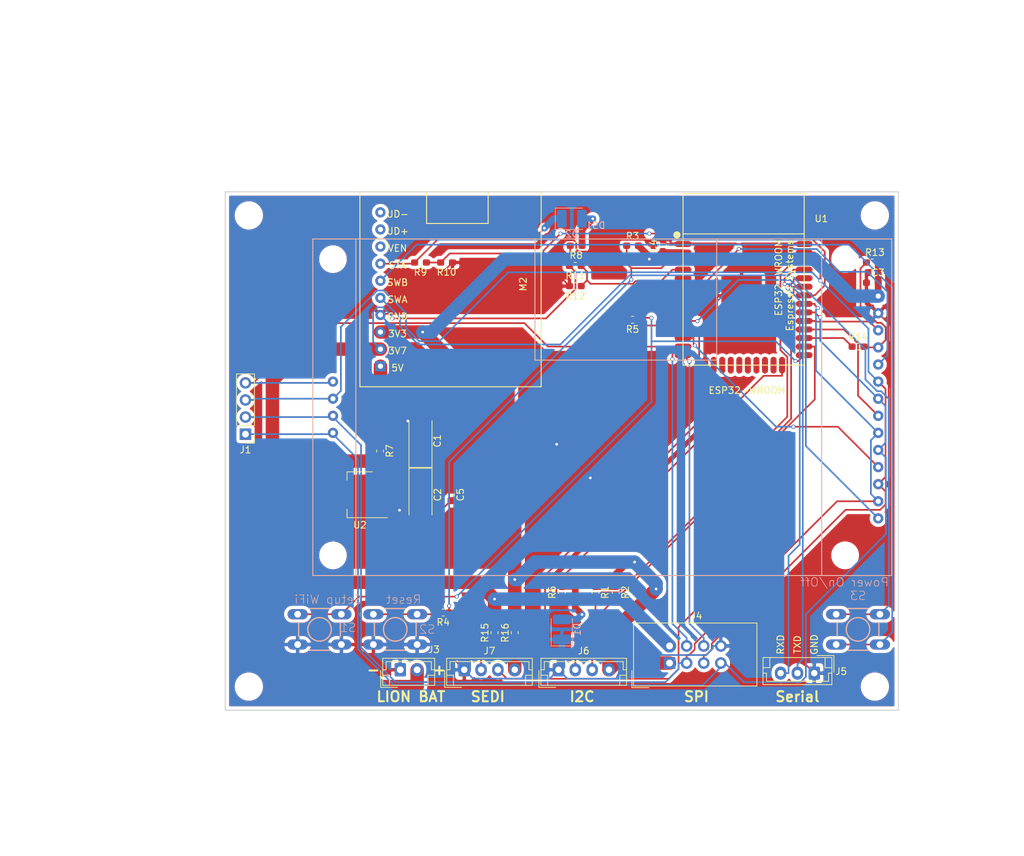
<source format=kicad_pcb>
(kicad_pcb (version 20171130) (host pcbnew 5.1.9-73d0e3b20d~88~ubuntu20.04.1)
  (title_block (title "ESP32 Display") (date 2020-12-03) (rev 1.0))
  (layers (0 F.Cu signal) (31 B.Cu signal hide) (34 B.Paste user) (35 F.Paste user) (36 B.SilkS user) (37 F.SilkS user) (38 B.Mask user) (39 F.Mask user) (44 Edge.Cuts user))
  (net 0 "")
  (net 1 GND)
  (net 2 5V)
  (net 3 3V3)
  (net 4 "Net-(D1-Pad2)")
  (net 5 "Net-(D2-Pad1)")
  (net 6 "Net-(D2-Pad2)")
  (net 7 CS0)
  (net 8 "Net-(DS1-Pad4)")
  (net 9 "Net-(DS1-Pad5)")
  (net 10 MOSI)
  (net 11 SCK)
  (net 12 "Net-(DS1-Pad8)")
  (net 13 MISO)
  (net 14 CS1)
  (net 15 "Net-(DS1-Pad14)")
  (net 16 CS2)
  (net 17 /BAT+)
  (net 18 INT)
  (net 19 TXD)
  (net 20 RXD)
  (net 21 SDA)
  (net 22 SCL)
  (net 23 "Net-(J7-Pad4)")
  (net 24 DRX)
  (net 25 DTX)
  (net 26 "Net-(M2-Pad5)")
  (net 27 "Net-(M2-Pad6)")
  (net 28 "Net-(M2-Pad8)")
  (net 29 "Net-(M2-Pad9)")
  (net 30 "Net-(M2-Pad10)")
  (net 31 "Net-(R3-Pad1)")
  (net 32 "Net-(R4-Pad2)")
  (net 33 "Net-(R5-Pad1)")
  (net 34 "Net-(R6-Pad1)")
  (net 35 "Net-(R10-Pad2)")
  (net 36 "Net-(R11-Pad1)")
  (net 37 "Net-(R14-Pad1)")
  (net 38 "Net-(U1-Pad23)")
  (net 39 "Net-(U1-Pad22)")
  (net 40 "Net-(U1-Pad21)")
  (net 41 "Net-(U1-Pad20)")
  (net 42 "Net-(U1-Pad19)")
  (net 43 "Net-(U1-Pad18)")
  (net 44 "Net-(U1-Pad17)")
  (net 45 "Net-(U1-Pad16)")
  (net 46 "Net-(U1-Pad8)")
  (net 47 "Net-(U1-Pad7)")
  (net 48 "Net-(U1-Pad6)")
  (net 49 "Net-(U1-Pad5)")
  (net 50 /5VBAT)
  (module MountingHole:MountingHole_3.2mm_M3 (layer F.Cu) (at 102.5 137.5)
    (fp_text reference MH4 hide)
    (fp_text value MountingHole_3.2mm_M3 hide)
    (pad 1 np_thru_hole circle (at 0 0) (size 3.2 3.2) (drill 3.2) (layers *.Cu *.Mask))
  )
  (module MountingHole:MountingHole_3.2mm_M3 (layer F.Cu) (at 195.5 137.5)
    (fp_text reference MH3 hide)
    (fp_text value MountingHole_3.2mm_M3 hide)
    (pad 1 np_thru_hole circle (at 0 0) (size 3.2 3.2) (drill 3.2) (layers *.Cu *.Mask))
  )
  (module MountingHole:MountingHole_3.2mm_M3 (layer F.Cu) (at 195.5 67.5)
    (fp_text reference MH2 hide)
    (fp_text value MountingHole_3.2mm_M3 hide)
    (pad 1 np_thru_hole circle (at 0 0) (size 3.2 3.2) (drill 3.2) (layers *.Cu *.Mask))
  )
  (module MountingHole:MountingHole_3.2mm_M3 (layer F.Cu) (at 102.5 67.5)
    (fp_text reference MH1 hide)
    (fp_text value MountingHole_3.2mm_M3 hide)
    (pad 1 np_thru_hole circle (at 0 0) (size 3.2 3.2) (drill 3.2) (layers *.Cu *.Mask))
  )
  (module Capacitor_Tantalum_SMD:CP_EIA-6032-20_AVX-F_Pad2.25x2.35mm_HandSolder (layer F.Cu) (at 128 101 90)
    (fp_text reference C1 (at 0 2.5 90) (layer F.SilkS))
    (fp_text value DNF)
    (pad 2 smd roundrect (at 2.55 0 90) (size 2.25 2.35) (layers F.Cu F.Paste F.Mask) (roundrect_rratio 0.1111106666666667) (net 1 GND))
    (pad 1 smd roundrect (at -2.55 0 90) (size 2.25 2.35) (layers F.Cu F.Paste F.Mask) (roundrect_rratio 0.1111106666666667) (net 2 5V))
  )
  (module Capacitor_Tantalum_SMD:CP_EIA-6032-20_AVX-F_Pad2.25x2.35mm_HandSolder (layer F.Cu) (at 128 109 270)
    (fp_text reference C2 (at 0 -2.55 90) (layer F.SilkS))
    (fp_text value DNF)
    (pad 1 smd roundrect (at -2.55 0 270) (size 2.25 2.35) (layers F.Cu F.Paste F.Mask) (roundrect_rratio 0.1111106666666667) (net 3 3V3))
    (pad 2 smd roundrect (at 2.55 0 270) (size 2.25 2.35) (layers F.Cu F.Paste F.Mask) (roundrect_rratio 0.1111106666666667) (net 1 GND))
  )
  (module Capacitor_SMD:C_0603_1608Metric_Pad1.05x0.95mm_HandSolder (layer F.Cu) (at 195.125 77.5 180)
    (fp_text reference C3 (at -0.875 1.5) (layer F.SilkS))
    (fp_text value 0.1uf)
    (pad 2 smd roundrect (at 0.875 0 180) (size 1.05 0.95) (layers F.Cu F.Paste F.Mask) (net 1 GND))
    (pad 1 smd roundrect (at -0.875 0 180) (size 1.05 0.95) (layers F.Cu F.Paste F.Mask) (net 3 3V3))
  )
  (module Capacitor_SMD:C_0603_1608Metric_Pad1.05x0.95mm_HandSolder (layer F.Cu) (at 164 72 90)
    (fp_text reference C4 (at 0 -1.43 90) (layer F.SilkS))
    (fp_text value 0.1uf hide)
    (pad 1 smd roundrect (at -0.875 0 90) (size 1.05 0.95) (layers F.Cu F.Paste F.Mask) (net 3 3V3))
    (pad 2 smd roundrect (at 0.875 0 90) (size 1.05 0.95) (layers F.Cu F.Paste F.Mask) (net 1 GND))
  )
  (module Capacitor_SMD:C_0603_1608Metric_Pad1.05x0.95mm_HandSolder (layer F.Cu) (at 132.5 109 270)
    (fp_text reference C5 (at 0 -1.43 90) (layer F.SilkS))
    (fp_text value DNF)
    (pad 1 smd roundrect (at -0.875 0 270) (size 1.05 0.95) (layers F.Cu F.Paste F.Mask) (net 3 3V3))
    (pad 2 smd roundrect (at 0.875 0 270) (size 1.05 0.95) (layers F.Cu F.Paste F.Mask) (net 1 GND))
  )
  (module LED_SMD:LED_1210_3225Metric_Pad1.42x2.65mm_HandSolder (layer B.Cu) (at 149 129 90)
    (fp_text reference D1 (at 0 2.28 270) (layer B.SilkS) (effects (justify mirror)))
    (fp_text value LED)
    (pad 2 smd roundrect (at 1.4875 0 90) (size 1.425 2.65) (layers B.Cu B.Paste B.Mask) (roundrect_rratio 0.1754385964912281) (net 4 "Net-(D1-Pad2)"))
    (pad 1 smd roundrect (at -1.4875 0 90) (size 1.425 2.65) (layers B.Cu B.Paste B.Mask) (roundrect_rratio 0.1754385964912281) (net 1 GND))
  )
  (module LED_SMD:LED_1210_3225Metric_Pad1.42x2.65mm_HandSolder (layer B.Cu) (at 150.488 68)
    (fp_text reference D2 (at 0 2.28) (layer B.SilkS) (effects (justify mirror)))
    (fp_text value LED hide)
    (pad 1 smd roundrect (at -1.4875 0) (size 1.425 2.65) (layers B.Cu B.Paste B.Mask) (roundrect_rratio 0.1754385964912281) (net 5 "Net-(D2-Pad1)"))
    (pad 2 smd roundrect (at 1.4875 0) (size 1.425 2.65) (layers B.Cu B.Paste B.Mask) (roundrect_rratio 0.1754385964912281) (net 6 "Net-(D2-Pad2)"))
  )
  (module PJA_Modules:LCD_2.8_INCH_MSP2807 (layer B.Cu) (at 198 121 180)
    (fp_text reference DS1 (at 44 52) (layer B.SilkS) (effects (justify mirror)))
    (fp_text value display_2.8inch_ili9341)
    (pad "" np_thru_hole circle (at 83 47 180) (size 3.1 3.1) (drill 3.1) (layers *.Cu *.Mask))
    (pad "" np_thru_hole circle (at 83 3 180) (size 3.1 3.1) (drill 3.1) (layers *.Cu *.Mask))
    (pad "" np_thru_hole circle (at 6.92 3 180) (size 3.1 3.1) (drill 3.1) (layers *.Cu *.Mask))
    (pad 1 thru_hole rect (at 2 41.51 180) (size 1.524 1.524) (drill 0.762) (layers *.Cu *.Mask) (net 3 3V3))
    (pad 2 thru_hole circle (at 2 38.97 180) (size 1.524 1.524) (drill 0.762) (layers *.Cu *.Mask) (net 1 GND))
    (pad 3 thru_hole circle (at 2 36.43 180) (size 1.524 1.524) (drill 0.762) (layers *.Cu *.Mask) (net 7 CS0))
    (pad 4 thru_hole circle (at 2 33.89 180) (size 1.524 1.524) (drill 0.762) (layers *.Cu *.Mask) (net 8 "Net-(DS1-Pad4)"))
    (pad 5 thru_hole circle (at 2 31.35 180) (size 1.524 1.524) (drill 0.762) (layers *.Cu *.Mask) (net 9 "Net-(DS1-Pad5)"))
    (pad 6 thru_hole circle (at 2 28.81 180) (size 1.524 1.524) (drill 0.762) (layers *.Cu *.Mask) (net 10 MOSI))
    (pad 7 thru_hole circle (at 2 26.27 180) (size 1.524 1.524) (drill 0.762) (layers *.Cu *.Mask) (net 11 SCK))
    (pad 8 thru_hole circle (at 2 23.73 180) (size 1.524 1.524) (drill 0.762) (layers *.Cu *.Mask) (net 12 "Net-(DS1-Pad8)"))
    (pad 9 thru_hole circle (at 2 21.19 180) (size 1.524 1.524) (drill 0.762) (layers *.Cu *.Mask) (net 13 MISO))
    (pad 10 thru_hole circle (at 2 18.65 180) (size 1.524 1.524) (drill 0.762) (layers *.Cu *.Mask) (net 11 SCK))
    (pad 11 thru_hole circle (at 2 16.11 180) (size 1.524 1.524) (drill 0.762) (layers *.Cu *.Mask) (net 14 CS1))
    (pad 12 thru_hole circle (at 2 13.57 180) (size 1.524 1.524) (drill 0.762) (layers *.Cu *.Mask) (net 10 MOSI))
    (pad 13 thru_hole circle (at 2 11.03 180) (size 1.524 1.524) (drill 0.762) (layers *.Cu *.Mask) (net 13 MISO))
    (pad 14 thru_hole circle (at 2 8.49 180) (size 1.524 1.524) (drill 0.762) (layers *.Cu *.Mask) (net 15 "Net-(DS1-Pad14)"))
    (pad 15 thru_hole circle (at 83 28.81 180) (size 1.524 1.524) (drill 0.762) (layers *.Cu *.Mask) (net 16 CS2))
    (pad 16 thru_hole circle (at 83 26.27 180) (size 1.524 1.524) (drill 0.762) (layers *.Cu *.Mask) (net 10 MOSI))
    (pad 17 thru_hole circle (at 83 23.73 180) (size 1.524 1.524) (drill 0.762) (layers *.Cu *.Mask) (net 13 MISO))
    (pad 18 thru_hole circle (at 83 21.19 180) (size 1.524 1.524) (drill 0.762) (layers *.Cu *.Mask) (net 11 SCK))
    (pad "" np_thru_hole circle (at 6.92 47 180) (size 3.1 3.1) (drill 3.1) (layers *.Cu *.Mask))
  )
  (module Connector_PinHeader_2.54mm:PinHeader_1x04_P2.54mm_Vertical (layer F.Cu) (at 102 100 180)
    (fp_text reference J1 (at 0 -2.33) (layer F.SilkS))
    (fp_text value Conn_01x04_Male hide)
    (pad 1 thru_hole rect (at 0 0 180) (size 1.7 1.7) (drill 1) (layers *.Cu *.Mask) (net 11 SCK))
    (pad 2 thru_hole oval (at 0 2.54 180) (size 1.7 1.7) (drill 1) (layers *.Cu *.Mask) (net 13 MISO))
    (pad 3 thru_hole oval (at 0 5.08 180) (size 1.7 1.7) (drill 1) (layers *.Cu *.Mask) (net 10 MOSI))
    (pad 4 thru_hole oval (at 0 7.62 180) (size 1.7 1.7) (drill 1) (layers *.Cu *.Mask) (net 16 CS2))
  )
  (module Connector_JST:JST_EH_B2B-EH-A_1x02_P2.50mm_Vertical (layer F.Cu) (at 125 135)
    (fp_text reference J3 (at 5 -3) (layer F.SilkS))
    (fp_text value "Lion Bat" hide)
    (pad 1 thru_hole roundrect (at 0 0) (size 1.7 2) (drill 1) (layers *.Cu *.Mask) (roundrect_rratio 0.1470588235294118) (net 1 GND))
    (pad 2 thru_hole oval (at 2.5 0) (size 1.7 2) (drill 1) (layers *.Cu *.Mask) (net 17 /BAT+))
  )
  (module Connector_IDC:IDC-Header_2x04_P2.54mm_Vertical (layer F.Cu) (at 165 134 90)
    (fp_text reference J4 (at 7 4 180) (layer F.SilkS))
    (fp_text value SPI hide)
    (pad 1 thru_hole rect (at 0 0 90) (size 1.7272 1.7272) (drill 1.016) (layers *.Cu *.Mask) (net 3 3V3))
    (pad 2 thru_hole oval (at 2.54 0 90) (size 1.7272 1.7272) (drill 1.016) (layers *.Cu *.Mask) (net 2 5V))
    (pad 3 thru_hole oval (at 0 2.54 90) (size 1.7272 1.7272) (drill 1.016) (layers *.Cu *.Mask) (net 13 MISO))
    (pad 4 thru_hole oval (at 2.54 2.54 90) (size 1.7272 1.7272) (drill 1.016) (layers *.Cu *.Mask) (net 16 CS2))
    (pad 5 thru_hole oval (at 0 5.08 90) (size 1.7272 1.7272) (drill 1.016) (layers *.Cu *.Mask) (net 10 MOSI))
    (pad 6 thru_hole oval (at 2.54 5.08 90) (size 1.7272 1.7272) (drill 1.016) (layers *.Cu *.Mask) (net 18 INT))
    (pad 7 thru_hole oval (at 0 7.62 90) (size 1.7272 1.7272) (drill 1.016) (layers *.Cu *.Mask) (net 11 SCK))
    (pad 8 thru_hole oval (at 2.54 7.62 90) (size 1.7272 1.7272) (drill 1.016) (layers *.Cu *.Mask) (net 1 GND))
  )
  (module Connector_JST:JST_EH_B3B-EH-A_1x03_P2.50mm_Vertical (layer F.Cu) (at 186.5 135.5 180)
    (fp_text reference J5 (at -4 0.25) (layer F.SilkS))
    (fp_text value Serial hide)
    (pad 1 thru_hole roundrect (at 0 0 180) (size 1.7 1.95) (drill 0.95) (layers *.Cu *.Mask) (roundrect_rratio 0.1470588235294118) (net 1 GND))
    (pad 2 thru_hole oval (at 2.5 0 180) (size 1.7 1.95) (drill 0.95) (layers *.Cu *.Mask) (net 19 TXD))
    (pad 3 thru_hole oval (at 5 0 180) (size 1.7 1.95) (drill 0.95) (layers *.Cu *.Mask) (net 20 RXD))
  )
  (module Connector_JST:JST_EH_B4B-EH-A_1x04_P2.50mm_Vertical (layer F.Cu) (at 148.5 135)
    (fp_text reference J6 (at 3.75 -2.8) (layer F.SilkS))
    (fp_text value I2C hide)
    (pad 1 thru_hole roundrect (at 0 0) (size 1.7 1.95) (drill 0.95) (layers *.Cu *.Mask) (roundrect_rratio 0.1470588235294118) (net 1 GND))
    (pad 2 thru_hole oval (at 2.5 0) (size 1.7 1.95) (drill 0.95) (layers *.Cu *.Mask) (net 21 SDA))
    (pad 3 thru_hole oval (at 5 0) (size 1.7 1.95) (drill 0.95) (layers *.Cu *.Mask) (net 22 SCL))
    (pad 4 thru_hole oval (at 7.5 0) (size 1.7 1.95) (drill 0.95) (layers *.Cu *.Mask) (net 3 3V3))
  )
  (module Connector_JST:JST_EH_B4B-EH-A_1x04_P2.50mm_Vertical (layer F.Cu) (at 134.5 135)
    (fp_text reference J7 (at 3.75 -2.8) (layer F.SilkS))
    (fp_text value SEDI hide)
    (pad 4 thru_hole oval (at 7.5 0) (size 1.7 1.95) (drill 0.95) (layers *.Cu *.Mask) (net 23 "Net-(J7-Pad4)"))
    (pad 3 thru_hole oval (at 5 0) (size 1.7 1.95) (drill 0.95) (layers *.Cu *.Mask) (net 24 DRX))
    (pad 2 thru_hole oval (at 2.5 0) (size 1.7 1.95) (drill 0.95) (layers *.Cu *.Mask) (net 25 DTX))
    (pad 1 thru_hole roundrect (at 0 0) (size 1.7 1.95) (drill 0.95) (layers *.Cu *.Mask) (roundrect_rratio 0.1470588235294118) (net 1 GND))
  )
  (module PJA_Modules:USB_BAT_PWR_MODULE (layer F.Cu) (at 119 64 270)
    (fp_text reference M2 (at 13.716 -24.257 90) (layer F.SilkS))
    (fp_text value usb_bat_pwr_module)
    (fp_text user UD- (at 3.302 -5.588 180) (layer F.SilkS))
    (fp_text user UD+ (at 5.842 -5.588 180) (layer F.SilkS))
    (fp_text user VEN (at 8.382 -5.588 180) (layer F.SilkS))
    (fp_text user STA (at 10.922 -5.588 180) (layer F.SilkS))
    (fp_text user SWB (at 13.462 -5.588 180) (layer F.SilkS))
    (fp_text user SWA (at 16.002 -5.588 180) (layer F.SilkS))
    (fp_text user GND (at 18.542 -5.588 180) (layer F.SilkS))
    (fp_text user 3V3 (at 21.082 -5.588 180) (layer F.SilkS))
    (fp_text user 3V7 (at 23.622 -5.588 180) (layer F.SilkS))
    (fp_text user 5V (at 26.162 -5.588 180) (layer F.SilkS))
    (pad 1 thru_hole rect (at 25.908 -3.048 180) (size 1.524 1.524) (drill 0.762) (layers *.Cu *.Mask) (net 50 /5VBAT))
    (pad 2 thru_hole circle (at 23.368 -3.048 180) (size 1.524 1.524) (drill 0.762) (layers *.Cu *.Mask) (net 17 /BAT+))
    (pad 3 thru_hole circle (at 20.828 -3.048 180) (size 1.524 1.524) (drill 0.762) (layers *.Cu *.Mask) (net 3 3V3))
    (pad 4 thru_hole circle (at 18.288 -3.048 180) (size 1.524 1.524) (drill 0.762) (layers *.Cu *.Mask) (net 1 GND))
    (pad 5 thru_hole circle (at 15.748 -3.048 180) (size 1.524 1.524) (drill 0.762) (layers *.Cu *.Mask) (net 26 "Net-(M2-Pad5)"))
    (pad 6 thru_hole circle (at 13.208 -3.048 180) (size 1.524 1.524) (drill 0.762) (layers *.Cu *.Mask) (net 27 "Net-(M2-Pad6)"))
    (pad 7 thru_hole circle (at 10.668 -3.048 180) (size 1.524 1.524) (drill 0.762) (layers *.Cu *.Mask) (net 5 "Net-(D2-Pad1)"))
    (pad 8 thru_hole circle (at 8.128 -3.048 180) (size 1.524 1.524) (drill 0.762) (layers *.Cu *.Mask) (net 28 "Net-(M2-Pad8)"))
    (pad 9 thru_hole circle (at 5.588 -3.048 180) (size 1.524 1.524) (drill 0.762) (layers *.Cu *.Mask) (net 29 "Net-(M2-Pad9)"))
    (pad 10 thru_hole circle (at 3.048 -3.048 180) (size 1.524 1.524) (drill 0.762) (layers *.Cu *.Mask) (net 30 "Net-(M2-Pad10)"))
  )
  (module Resistor_SMD:R_0603_1608Metric_Pad1.05x0.95mm_HandSolder (layer F.Cu) (at 154 123.5 270)
    (fp_text reference R1 (at 0 -1.43 90) (layer F.SilkS))
    (fp_text value 1K hide)
    (pad 2 smd roundrect (at 0.875 0 270) (size 1.05 0.95) (layers F.Cu F.Paste F.Mask) (net 21 SDA))
    (pad 1 smd roundrect (at -0.875 0 270) (size 1.05 0.95) (layers F.Cu F.Paste F.Mask) (net 3 3V3))
  )
  (module Resistor_SMD:R_0603_1608Metric_Pad1.05x0.95mm_HandSolder (layer F.Cu) (at 157 123.5 270)
    (fp_text reference R2 (at 0 -1.43 90) (layer F.SilkS))
    (fp_text value 1K hide)
    (pad 1 smd roundrect (at -0.875 0 270) (size 1.05 0.95) (layers F.Cu F.Paste F.Mask) (net 3 3V3))
    (pad 2 smd roundrect (at 0.875 0 270) (size 1.05 0.95) (layers F.Cu F.Paste F.Mask) (net 22 SCL))
  )
  (module Resistor_SMD:R_0603_1608Metric_Pad1.05x0.95mm_HandSolder (layer F.Cu) (at 159.5 72)
    (fp_text reference R3 (at 0 -1.43) (layer F.SilkS))
    (fp_text value 10K)
    (pad 2 smd roundrect (at 0.875 0) (size 1.05 0.95) (layers F.Cu F.Paste F.Mask) (net 3 3V3))
    (pad 1 smd roundrect (at -0.875 0) (size 1.05 0.95) (layers F.Cu F.Paste F.Mask) (net 31 "Net-(R3-Pad1)"))
  )
  (module Resistor_SMD:R_0603_1608Metric_Pad1.05x0.95mm_HandSolder (layer F.Cu) (at 131.375 126.5 180)
    (fp_text reference R4 (at 0 -1.43) (layer F.SilkS))
    (fp_text value 470R)
    (pad 1 smd roundrect (at -0.875 0 180) (size 1.05 0.95) (layers F.Cu F.Paste F.Mask) (net 31 "Net-(R3-Pad1)"))
    (pad 2 smd roundrect (at 0.875 0 180) (size 1.05 0.95) (layers F.Cu F.Paste F.Mask) (net 32 "Net-(R4-Pad2)"))
  )
  (module Resistor_SMD:R_0603_1608Metric_Pad1.05x0.95mm_HandSolder (layer F.Cu) (at 159.5 83 180)
    (fp_text reference R5 (at 0 -1.43) (layer F.SilkS))
    (fp_text value DNF)
    (pad 1 smd roundrect (at -0.875 0 180) (size 1.05 0.95) (layers F.Cu F.Paste F.Mask) (net 33 "Net-(R5-Pad1)"))
    (pad 2 smd roundrect (at 0.875 0 180) (size 1.05 0.95) (layers F.Cu F.Paste F.Mask) (net 15 "Net-(DS1-Pad14)"))
  )
  (module Resistor_SMD:R_0603_1608Metric_Pad1.05x0.95mm_HandSolder (layer F.Cu) (at 149 123.5 90)
    (fp_text reference R6 (at 0 -1.43 90) (layer F.SilkS))
    (fp_text value 470R hide)
    (pad 1 smd roundrect (at -0.875 0 90) (size 1.05 0.95) (layers F.Cu F.Paste F.Mask) (net 34 "Net-(R6-Pad1)"))
    (pad 2 smd roundrect (at 0.875 0 90) (size 1.05 0.95) (layers F.Cu F.Paste F.Mask) (net 4 "Net-(D1-Pad2)"))
  )
  (module Resistor_SMD:R_0603_1608Metric_Pad1.05x0.95mm_HandSolder (layer F.Cu) (at 122 102.5 270)
    (fp_text reference R7 (at 0 -1.43 90) (layer F.SilkS))
    (fp_text value DNF)
    (pad 2 smd roundrect (at 0.875 0 270) (size 1.05 0.95) (layers F.Cu F.Paste F.Mask) (net 2 5V))
    (pad 1 smd roundrect (at -0.875 0 270) (size 1.05 0.95) (layers F.Cu F.Paste F.Mask) (net 50 /5VBAT))
  )
  (module Resistor_SMD:R_0603_1608Metric_Pad1.05x0.95mm_HandSolder (layer F.Cu) (at 151.125 72 180)
    (fp_text reference R8 (at 0 -1.43) (layer F.SilkS))
    (fp_text value 470R hide)
    (pad 2 smd roundrect (at 0.875 0 180) (size 1.05 0.95) (layers F.Cu F.Paste F.Mask) (net 17 /BAT+))
    (pad 1 smd roundrect (at -0.875 0 180) (size 1.05 0.95) (layers F.Cu F.Paste F.Mask) (net 6 "Net-(D2-Pad2)"))
  )
  (module Resistor_SMD:R_0603_1608Metric_Pad1.05x0.95mm_HandSolder (layer F.Cu) (at 128 74.5 180)
    (fp_text reference R9 (at 0 -1.43) (layer F.SilkS))
    (fp_text value 68K hide)
    (pad 2 smd roundrect (at 0.875 0 180) (size 1.05 0.95) (layers F.Cu F.Paste F.Mask) (net 5 "Net-(D2-Pad1)"))
    (pad 1 smd roundrect (at -0.875 0 180) (size 1.05 0.95) (layers F.Cu F.Paste F.Mask) (net 35 "Net-(R10-Pad2)"))
  )
  (module Resistor_SMD:R_0603_1608Metric_Pad1.05x0.95mm_HandSolder (layer F.Cu) (at 131.875 74.5 180)
    (fp_text reference R10 (at 0 -1.43) (layer F.SilkS))
    (fp_text value 100K hide)
    (pad 2 smd roundrect (at 0.875 0 180) (size 1.05 0.95) (layers F.Cu F.Paste F.Mask) (net 35 "Net-(R10-Pad2)"))
    (pad 1 smd roundrect (at -0.875 0 180) (size 1.05 0.95) (layers F.Cu F.Paste F.Mask) (net 1 GND))
  )
  (module Resistor_SMD:R_0603_1608Metric_Pad1.05x0.95mm_HandSolder (layer F.Cu) (at 151 75 180)
    (fp_text reference R11 (at 0 -1.43) (layer F.SilkS))
    (fp_text value 68K hide)
    (pad 1 smd roundrect (at -0.875 0 180) (size 1.05 0.95) (layers F.Cu F.Paste F.Mask) (net 36 "Net-(R11-Pad1)"))
    (pad 2 smd roundrect (at 0.875 0 180) (size 1.05 0.95) (layers F.Cu F.Paste F.Mask) (net 17 /BAT+))
  )
  (module Resistor_SMD:R_0603_1608Metric_Pad1.05x0.95mm_HandSolder (layer F.Cu) (at 151 78)
    (fp_text reference R12 (at 0 1.5) (layer F.SilkS))
    (fp_text value 100K hide)
    (pad 1 smd roundrect (at -0.875 0) (size 1.05 0.95) (layers F.Cu F.Paste F.Mask) (net 1 GND))
    (pad 2 smd roundrect (at 0.875 0) (size 1.05 0.95) (layers F.Cu F.Paste F.Mask) (net 36 "Net-(R11-Pad1)"))
  )
  (module Resistor_SMD:R_0603_1608Metric_Pad1.05x0.95mm_HandSolder (layer F.Cu) (at 195.125 74.5 180)
    (fp_text reference R13 (at -0.375 1.5) (layer F.SilkS))
    (fp_text value 47K hide)
    (pad 1 smd roundrect (at -0.875 0 180) (size 1.05 0.95) (layers F.Cu F.Paste F.Mask) (net 3 3V3))
    (pad 2 smd roundrect (at 0.875 0 180) (size 1.05 0.95) (layers F.Cu F.Paste F.Mask) (net 8 "Net-(DS1-Pad4)"))
  )
  (module Resistor_SMD:R_0603_1608Metric_Pad1.05x0.95mm_HandSolder (layer F.Cu) (at 193 87)
    (fp_text reference R14 (at 0 -1.43) (layer F.SilkS))
    (fp_text value 0R)
    (pad 2 smd roundrect (at 0.875 0) (size 1.05 0.95) (layers F.Cu F.Paste F.Mask) (net 8 "Net-(DS1-Pad4)"))
    (pad 1 smd roundrect (at -0.875 0) (size 1.05 0.95) (layers F.Cu F.Paste F.Mask) (net 37 "Net-(R14-Pad1)"))
  )
  (module Resistor_SMD:R_0603_1608Metric_Pad1.05x0.95mm_HandSolder (layer F.Cu) (at 139 129.5 90)
    (fp_text reference R15 (at 0 -1.43 90) (layer F.SilkS))
    (fp_text value 0R hide)
    (pad 2 smd roundrect (at 0.875 0 90) (size 1.05 0.95) (layers F.Cu F.Paste F.Mask) (net 2 5V))
    (pad 1 smd roundrect (at -0.875 0 90) (size 1.05 0.95) (layers F.Cu F.Paste F.Mask) (net 23 "Net-(J7-Pad4)"))
  )
  (module Resistor_SMD:R_0603_1608Metric_Pad1.05x0.95mm_HandSolder (layer F.Cu) (at 142 129.5 90)
    (fp_text reference R16 (at 0 -1.43 90) (layer F.SilkS))
    (fp_text value 0R hide)
    (pad 1 smd roundrect (at -0.875 0 90) (size 1.05 0.95) (layers F.Cu F.Paste F.Mask) (net 23 "Net-(J7-Pad4)"))
    (pad 2 smd roundrect (at 0.875 0 90) (size 1.05 0.95) (layers F.Cu F.Paste F.Mask) (net 3 3V3))
  )
  (module switch-tact:switch-tact-DTS-6 (layer B.Cu) (at 113 129)
    (fp_text reference S1 (at 4.25 -0.25) (layer B.SilkS) (effects (font (size 1.27 1.27) (thickness 0.1016)) (justify mirror)))
    (fp_text value "Setup WiFi" (at 1.27 -4.445) (layer B.SilkS) (effects (font (size 1.27 1.27) (thickness 0.1016)) (justify mirror)))
    (pad 1 thru_hole oval (at -3.24866 2.2479 270) (size 1.50622 3.01498) (drill 0.99822) (layers *.Cu *.Paste *.Mask) (net 1 GND))
    (pad 2 thru_hole oval (at 3.24866 2.2479 270) (size 1.50622 3.01498) (drill 0.99822) (layers *.Cu *.Paste *.Mask) (net 1 GND))
    (pad 3 thru_hole oval (at -3.24866 -2.2479 270) (size 1.50622 3.01498) (drill 0.99822) (layers *.Cu *.Paste *.Mask) (net 33 "Net-(R5-Pad1)"))
    (pad 4 thru_hole oval (at 3.24866 -2.2479 270) (size 1.50622 3.01498) (drill 0.99822) (layers *.Cu *.Paste *.Mask) (net 33 "Net-(R5-Pad1)"))
  )
  (module switch-tact:switch-tact-DTS-6 (layer B.Cu) (at 124.249 129)
    (fp_text reference S2 (at 4.75134 0) (layer B.SilkS) (effects (font (size 1.27 1.27) (thickness 0.1016)) (justify mirror)))
    (fp_text value Reset (at 1.27 -4.445) (layer B.SilkS) (effects (font (size 1.27 1.27) (thickness 0.1016)) (justify mirror)))
    (pad 4 thru_hole oval (at 3.24866 -2.2479 270) (size 1.50622 3.01498) (drill 0.99822) (layers *.Cu *.Paste *.Mask) (net 32 "Net-(R4-Pad2)"))
    (pad 3 thru_hole oval (at -3.24866 -2.2479 270) (size 1.50622 3.01498) (drill 0.99822) (layers *.Cu *.Paste *.Mask) (net 32 "Net-(R4-Pad2)"))
    (pad 2 thru_hole oval (at 3.24866 2.2479 270) (size 1.50622 3.01498) (drill 0.99822) (layers *.Cu *.Paste *.Mask) (net 1 GND))
    (pad 1 thru_hole oval (at -3.24866 2.2479 270) (size 1.50622 3.01498) (drill 0.99822) (layers *.Cu *.Paste *.Mask) (net 1 GND))
  )
  (module switch-tact:switch-tact-DTS-6 (layer B.Cu) (at 193 129)
    (fp_text reference S3 (at 0 -5) (layer B.SilkS) (effects (font (size 1.27 1.27) (thickness 0.1016)) (justify mirror)))
    (fp_text value "Power On/Off" (at -2 -7) (layer B.SilkS) (effects (font (size 1.27 1.27) (thickness 0.1016)) (justify mirror)))
    (pad 1 thru_hole oval (at -3.24866 2.2479 270) (size 1.50622 3.01498) (drill 0.99822) (layers *.Cu *.Paste *.Mask) (net 27 "Net-(M2-Pad6)"))
    (pad 2 thru_hole oval (at 3.24866 2.2479 270) (size 1.50622 3.01498) (drill 0.99822) (layers *.Cu *.Paste *.Mask) (net 27 "Net-(M2-Pad6)"))
    (pad 3 thru_hole oval (at -3.24866 -2.2479 270) (size 1.50622 3.01498) (drill 0.99822) (layers *.Cu *.Paste *.Mask) (net 26 "Net-(M2-Pad5)"))
    (pad 4 thru_hole oval (at 3.24866 -2.2479 270) (size 1.50622 3.01498) (drill 0.99822) (layers *.Cu *.Paste *.Mask) (net 26 "Net-(M2-Pad5)"))
  )
  (module PJA_Modules:ESP32-WROOM (layer F.Cu) (at 176 77 180)
    (fp_text reference U1 (at -11.557 9.017) (layer F.SilkS))
    (fp_text value ESP32-WROOM (at -0.5 -16.5) (layer F.SilkS))
    (fp_text user "Espressif Systems" (at -6.858 -0.889 90) (layer F.SilkS))
    (fp_text user ESP32-WROOM (at -5.207 0.254 90) (layer F.SilkS))
    (pad 38 smd oval (at -9 5.25 180) (size 2.5 0.9) (layers F.Cu F.Paste F.Mask) (net 1 GND))
    (pad 37 smd oval (at -9 3.98 180) (size 2.5 0.9) (layers F.Cu F.Paste F.Mask) (net 10 MOSI))
    (pad 36 smd oval (at -9 2.71 180) (size 2.5 0.9) (layers F.Cu F.Paste F.Mask) (net 21 SDA))
    (pad 35 smd oval (at -9 1.44 180) (size 2.5 0.9) (layers F.Cu F.Paste F.Mask) (net 19 TXD))
    (pad 34 smd oval (at -9 0.17 180) (size 2.5 0.9) (layers F.Cu F.Paste F.Mask) (net 20 RXD))
    (pad 33 smd oval (at -9 -1.1 180) (size 2.5 0.9) (layers F.Cu F.Paste F.Mask) (net 22 SCL))
    (pad 32 smd oval (at -9 -2.37 180) (size 2.5 0.9) (layers F.Cu F.Paste F.Mask) (net 35 "Net-(R10-Pad2)"))
    (pad 31 smd oval (at -9 -3.64 180) (size 2.5 0.9) (layers F.Cu F.Paste F.Mask) (net 13 MISO))
    (pad 30 smd oval (at -9 -4.91 180) (size 2.5 0.9) (layers F.Cu F.Paste F.Mask) (net 11 SCK))
    (pad 29 smd oval (at -9 -6.18 180) (size 2.5 0.9) (layers F.Cu F.Paste F.Mask) (net 7 CS0))
    (pad 28 smd oval (at -9 -7.45 180) (size 2.5 0.9) (layers F.Cu F.Paste F.Mask) (net 12 "Net-(DS1-Pad8)"))
    (pad 27 smd oval (at -9 -8.72 180) (size 2.5 0.9) (layers F.Cu F.Paste F.Mask) (net 37 "Net-(R14-Pad1)"))
    (pad 26 smd oval (at -9 -9.99 180) (size 2.5 0.9) (layers F.Cu F.Paste F.Mask) (net 24 DRX))
    (pad 25 smd oval (at -9 -11.26 180) (size 2.5 0.9) (layers F.Cu F.Paste F.Mask) (net 33 "Net-(R5-Pad1)"))
    (pad 24 smd oval (at -5.715 -12.75 180) (size 0.9 2.5) (layers F.Cu F.Paste F.Mask) (net 34 "Net-(R6-Pad1)"))
    (pad 23 smd oval (at -4.445 -12.75 180) (size 0.9 2.5) (layers F.Cu F.Paste F.Mask) (net 38 "Net-(U1-Pad23)"))
    (pad 22 smd oval (at -3.175 -12.75 180) (size 0.9 2.5) (layers F.Cu F.Paste F.Mask) (net 39 "Net-(U1-Pad22)"))
    (pad 21 smd oval (at -1.905 -12.75 180) (size 0.9 2.5) (layers F.Cu F.Paste F.Mask) (net 40 "Net-(U1-Pad21)"))
    (pad 20 smd oval (at -0.635 -12.75 180) (size 0.9 2.5) (layers F.Cu F.Paste F.Mask) (net 41 "Net-(U1-Pad20)"))
    (pad 19 smd oval (at 0.635 -12.75 180) (size 0.9 2.5) (layers F.Cu F.Paste F.Mask) (net 42 "Net-(U1-Pad19)"))
    (pad 18 smd oval (at 1.905 -12.75 180) (size 0.9 2.5) (layers F.Cu F.Paste F.Mask) (net 43 "Net-(U1-Pad18)"))
    (pad 17 smd oval (at 3.175 -12.75 180) (size 0.9 2.5) (layers F.Cu F.Paste F.Mask) (net 44 "Net-(U1-Pad17)"))
    (pad 16 smd oval (at 4.445 -12.75 180) (size 0.9 2.5) (layers F.Cu F.Paste F.Mask) (net 45 "Net-(U1-Pad16)"))
    (pad 15 smd oval (at 5.715 -12.75 180) (size 0.9 2.5) (layers F.Cu F.Paste F.Mask) (net 1 GND))
    (pad 14 smd oval (at 9 -11.26 180) (size 2.5 0.9) (layers F.Cu F.Paste F.Mask) (net 18 INT))
    (pad 13 smd oval (at 9 -9.99 180) (size 2.5 0.9) (layers F.Cu F.Paste F.Mask) (net 16 CS2))
    (pad 12 smd oval (at 9 -8.72 180) (size 2.5 0.9) (layers F.Cu F.Paste F.Mask) (net 14 CS1))
    (pad 11 smd oval (at 9 -7.45 180) (size 2.5 0.9) (layers F.Cu F.Paste F.Mask) (net 25 DTX))
    (pad 10 smd oval (at 9 -6.18 180) (size 2.5 0.9) (layers F.Cu F.Paste F.Mask) (net 15 "Net-(DS1-Pad14)"))
    (pad 9 smd oval (at 9 -4.91 180) (size 2.5 0.9) (layers F.Cu F.Paste F.Mask) (net 9 "Net-(DS1-Pad5)"))
    (pad 8 smd oval (at 9 -3.64 180) (size 2.5 0.9) (layers F.Cu F.Paste F.Mask) (net 46 "Net-(U1-Pad8)"))
    (pad 7 smd oval (at 9 -2.37 180) (size 2.5 0.9) (layers F.Cu F.Paste F.Mask) (net 47 "Net-(U1-Pad7)"))
    (pad 6 smd oval (at 9 -1.1 180) (size 2.5 0.9) (layers F.Cu F.Paste F.Mask) (net 48 "Net-(U1-Pad6)"))
    (pad 5 smd oval (at 9 0.17 180) (size 2.5 0.9) (layers F.Cu F.Paste F.Mask) (net 49 "Net-(U1-Pad5)"))
    (pad 4 smd oval (at 9 1.44 180) (size 2.5 0.9) (layers F.Cu F.Paste F.Mask) (net 36 "Net-(R11-Pad1)"))
    (pad 3 smd oval (at 9 2.71 180) (size 2.5 0.9) (layers F.Cu F.Paste F.Mask) (net 31 "Net-(R3-Pad1)"))
    (pad 2 smd oval (at 9 3.98 180) (size 2.5 0.9) (layers F.Cu F.Paste F.Mask) (net 3 3V3))
    (pad 1 smd oval (at 9 5.25 180) (size 2.5 0.9) (layers F.Cu F.Paste F.Mask) (net 1 GND))
    (pad 39 smd rect (at 0.3 -2.45 180) (size 6 6) (layers F.Cu F.Paste F.Mask) (net 1 GND))
  )
  (module Package_TO_SOT_SMD:SOT-223-3_TabPin2 (layer F.Cu) (at 119 109 180)
    (fp_text reference U2 (at 0 -4.5) (layer F.SilkS))
    (fp_text value LM1117-3V3)
    (pad 2 smd rect (at 3.15 0 180) (size 2 3.8) (layers F.Cu F.Paste F.Mask) (net 3 3V3))
    (pad 2 smd rect (at -3.15 0 180) (size 2 1.5) (layers F.Cu F.Paste F.Mask) (net 3 3V3))
    (pad 3 smd rect (at -3.15 2.3 180) (size 2 1.5) (layers F.Cu F.Paste F.Mask) (net 2 5V))
    (pad 1 smd rect (at -3.15 -2.3 180) (size 2 1.5) (layers F.Cu F.Paste F.Mask) (net 1 GND))
  )
  (gr_text + (at 130.8 135) (layer F.SilkS) (effects (font (size 1.5 1.5) (thickness 0.3))))
  (gr_text - (at 121 135) (layer F.SilkS) (effects (font (size 1.5 1.5) (thickness 0.3))))
  (gr_text " LION BAT" (at 126 139) (layer F.SilkS) (effects (font (size 1.5 1.5) (thickness 0.3))))
  (gr_text SEDI (at 138 139) (layer F.SilkS) (effects (font (size 1.5 1.5) (thickness 0.3))))
  (gr_text I2C (at 152 139) (layer F.SilkS) (effects (font (size 1.5 1.5) (thickness 0.3))))
  (gr_text SPI (at 169 139) (layer F.SilkS) (effects (font (size 1.5 1.5) (thickness 0.3))))
  (gr_text Serial (at 184 139) (layer F.SilkS) (effects (font (size 1.5 1.5) (thickness 0.3))))
  (gr_text RXD (at 181.5 131.25 90) (layer F.SilkS) (effects (font (size 1 1))))
  (gr_text TXD (at 184 131.25 90) (layer F.SilkS) (effects (font (size 1 1))))
  (gr_text GND (at 186.5 131.25 90) (layer F.SilkS) (effects (font (size 1 1))))
  (gr_line (start 99 141) (end 99 64) (layer Edge.Cuts) (width 0.15))
  (gr_line (start 199 141) (end 99 141) (layer Edge.Cuts) (width 0.15))
  (gr_line (start 199 64) (end 199 141) (layer Edge.Cuts) (width 0.15))
  (gr_line (start 99 64) (end 199 64) (layer Edge.Cuts) (width 0.15))
  (segment (start 127.4977 131.2479) (end 130.7479 131.2479) (width 0.25) (layer F.Cu) (net 1))
  (segment (start 130.7479 131.2479) (end 134.5 135) (width 0.25) (layer F.Cu) (net 1))
  (segment (start 122.048 82.288) (end 126.124 86.364) (width 0.25) (layer B.Cu) (net 1))
  (segment (start 126.124 86.364) (end 126.124 98.0451) (width 0.25) (layer B.Cu) (net 1))
  (segment (start 126.124 98.0451) (end 127.5951 98.0451) (width 0.25) (layer F.Cu) (net 1))
  (segment (start 127.5951 98.0451) (end 128 98.45) (width 0.25) (layer F.Cu) (net 1))
  (segment (start 124.8835 111.3) (end 126.124 110.0595) (width 0.25) (layer B.Cu) (net 1))
  (segment (start 126.124 110.0595) (end 126.124 98.0451) (width 0.25) (layer B.Cu) (net 1))
  (segment (start 124.7252 130.3082) (end 124.7252 111.4583) (width 0.25) (layer B.Cu) (net 1))
  (segment (start 124.7252 111.4583) (end 124.8835 111.3) (width 0.25) (layer B.Cu) (net 1))
  (segment (start 196 82.03) (end 194.25 80.28) (width 0.25) (layer F.Cu) (net 1))
  (segment (start 194.25 80.28) (end 194.25 77.5) (width 0.25) (layer F.Cu) (net 1))
  (segment (start 182.46 131.46) (end 197.5545 116.3655) (width 0.25) (layer F.Cu) (net 1))
  (segment (start 197.5545 116.3655) (end 197.5545 83.5845) (width 0.25) (layer F.Cu) (net 1))
  (segment (start 197.5545 83.5845) (end 196 82.03) (width 0.25) (layer F.Cu) (net 1))
  (segment (start 164 71.125) (end 164.625 71.75) (width 0.25) (layer F.Cu) (net 1))
  (segment (start 164.625 71.75) (end 165.4247 71.75) (width 0.25) (layer F.Cu) (net 1))
  (segment (start 146.625 74.5) (end 146.625 74.2337) (width 0.25) (layer F.Cu) (net 1))
  (segment (start 146.625 74.2337) (end 149.66 71.1987) (width 0.25) (layer F.Cu) (net 1))
  (segment (start 149.66 71.1987) (end 150.7914 71.1987) (width 0.25) (layer F.Cu) (net 1))
  (segment (start 150.7914 71.1987) (end 151.125 71.5323) (width 0.25) (layer F.Cu) (net 1))
  (segment (start 151.125 71.5323) (end 151.125 72.4939) (width 0.25) (layer F.Cu) (net 1))
  (segment (start 151.125 72.4939) (end 151.495 72.8639) (width 0.25) (layer F.Cu) (net 1))
  (segment (start 151.495 72.8639) (end 154.5101 72.8639) (width 0.25) (layer F.Cu) (net 1))
  (segment (start 154.5101 72.8639) (end 156.249 71.125) (width 0.25) (layer F.Cu) (net 1))
  (segment (start 156.249 71.125) (end 164 71.125) (width 0.25) (layer F.Cu) (net 1))
  (segment (start 167 71.75) (end 165.4247 71.75) (width 0.25) (layer F.Cu) (net 1))
  (segment (start 146.625 74.5) (end 150.125 78) (width 0.25) (layer F.Cu) (net 1))
  (segment (start 132.75 74.5) (end 146.625 74.5) (width 0.25) (layer F.Cu) (net 1))
  (segment (start 182.46 131.46) (end 172.62 131.46) (width 0.25) (layer F.Cu) (net 1))
  (segment (start 186.5 135.5) (end 182.46 131.46) (width 0.25) (layer F.Cu) (net 1))
  (segment (start 184.2124 71.75) (end 185 71.75) (width 0.25) (layer F.Cu) (net 1))
  (segment (start 184.2124 71.75) (end 183.4247 71.75) (width 0.25) (layer F.Cu) (net 1))
  (segment (start 148.5 135) (end 149.8254 136.3254) (width 0.25) (layer B.Cu) (net 1))
  (segment (start 149.8254 136.3254) (end 158.6752 136.3254) (width 0.25) (layer B.Cu) (net 1))
  (segment (start 158.6752 136.3254) (end 162.1896 132.811) (width 0.25) (layer B.Cu) (net 1))
  (segment (start 162.1896 132.811) (end 170.4516 132.811) (width 0.25) (layer B.Cu) (net 1))
  (segment (start 170.4516 132.811) (end 171.4311 131.8315) (width 0.25) (layer B.Cu) (net 1))
  (segment (start 171.4311 131.8315) (end 171.4311 131.46) (width 0.25) (layer B.Cu) (net 1))
  (segment (start 172.62 131.46) (end 171.4311 131.46) (width 0.25) (layer B.Cu) (net 1))
  (segment (start 134.5 135) (end 135.8092 136.3092) (width 0.25) (layer B.Cu) (net 1))
  (segment (start 135.8092 136.3092) (end 147.1908 136.3092) (width 0.25) (layer B.Cu) (net 1))
  (segment (start 147.1908 136.3092) (end 148.5 135) (width 0.25) (layer B.Cu) (net 1))
  (segment (start 132.75 74.5) (end 125.1301 82.1199) (width 0.25) (layer F.Cu) (net 1))
  (segment (start 125.1301 82.1199) (end 122.2161 82.1199) (width 0.25) (layer F.Cu) (net 1))
  (segment (start 122.2161 82.1199) (end 122.048 82.288) (width 0.25) (layer F.Cu) (net 1))
  (segment (start 127.875 111.425) (end 130.95 111.425) (width 0.25) (layer F.Cu) (net 1))
  (segment (start 130.95 111.425) (end 132.5 109.875) (width 0.25) (layer F.Cu) (net 1))
  (segment (start 127.875 111.425) (end 128 111.55) (width 2) (layer F.Cu) (net 1))
  (segment (start 124.8835 111.3) (end 127.75 111.3) (width 2) (layer F.Cu) (net 1))
  (segment (start 127.75 111.3) (end 127.875 111.425) (width 2) (layer F.Cu) (net 1))
  (segment (start 175.9366 72.1099) (end 175.5767 71.75) (width 0.25) (layer F.Cu) (net 1))
  (segment (start 175.5767 71.75) (end 168.5753 71.75) (width 0.25) (layer F.Cu) (net 1))
  (segment (start 175.7 79.45) (end 175.7 76.1247) (width 0.25) (layer F.Cu) (net 1))
  (segment (start 175.7 76.1247) (end 175.9366 75.8881) (width 0.25) (layer F.Cu) (net 1))
  (segment (start 175.9366 75.8881) (end 175.9366 72.1099) (width 0.25) (layer F.Cu) (net 1))
  (segment (start 175.9366 72.1099) (end 183.0648 72.1099) (width 0.25) (layer F.Cu) (net 1))
  (segment (start 183.0648 72.1099) (end 183.4247 71.75) (width 0.25) (layer F.Cu) (net 1))
  (segment (start 175.7 79.45) (end 175.7 82.7753) (width 0.25) (layer F.Cu) (net 1))
  (segment (start 124.7252 130.3082) (end 125.6649 131.2479) (width 0.25) (layer B.Cu) (net 1))
  (segment (start 122.8331 131.2479) (end 123.7728 130.3082) (width 0.25) (layer B.Cu) (net 1))
  (segment (start 123.7728 130.3082) (end 124.7252 130.3082) (width 0.25) (layer B.Cu) (net 1))
  (segment (start 122.15 111.3) (end 124.8835 111.3) (width 2) (layer F.Cu) (net 1))
  (segment (start 125.6649 131.2479) (end 125 131.9128) (width 0.25) (layer B.Cu) (net 1))
  (segment (start 125 131.9128) (end 125 135) (width 0.25) (layer B.Cu) (net 1))
  (segment (start 121.0003 131.2479) (end 122.8331 131.2479) (width 0.25) (layer B.Cu) (net 1))
  (segment (start 127.4977 131.2479) (end 125.6649 131.2479) (width 0.25) (layer B.Cu) (net 1))
  (segment (start 175.7 82.7753) (end 175.6844 82.7753) (width 0.25) (layer F.Cu) (net 1))
  (segment (start 175.6844 82.7753) (end 170.285 88.1747) (width 0.25) (layer F.Cu) (net 1))
  (segment (start 167 71.75) (end 168.5753 71.75) (width 0.25) (layer F.Cu) (net 1))
  (segment (start 170.285 89.75) (end 170.285 88.1747) (width 0.25) (layer F.Cu) (net 1))
  (segment (start 109.7513 131.2479) (end 116.2487 131.2479) (width 0.25) (layer F.Cu) (net 1))
  (segment (start 116.2487 131.2479) (end 121.0003 131.2479) (width 0.25) (layer F.Cu) (net 1))
  (via (at 126.124 98.0451) (size 0.6) (layers F.Cu B.Cu) (net 1))
  (via (at 124.8835 111.3) (size 0.6) (layers F.Cu B.Cu) (net 1))
  (segment (start 134.5 125.233502) (end 153.233502 106.5) (width 2) (layer B.Cu) (net 1))
  (segment (start 134.5 135) (end 134.5 125.233502) (width 2) (layer B.Cu) (net 1))
  (via (at 153.233502 106.5) (size 0.6) (drill 0.4) (layers F.Cu B.Cu) (net 1))
  (segment (start 153.233502 106.5) (end 148.233502 101.5) (width 2) (layer F.Cu) (net 1))
  (via (at 148.233502 101.5) (size 0.6) (drill 0.4) (layers F.Cu B.Cu) (net 1))
  (segment (start 148.233502 101.5) (end 150.733502 99) (width 2) (layer B.Cu) (net 1))
  (segment (start 149 134.5) (end 148.5 135) (width 1) (layer B.Cu) (net 1))
  (segment (start 149 130.4875) (end 149 134.5) (width 1) (layer B.Cu) (net 1))
  (segment (start 122 106) (end 122 106.55) (width 2) (layer F.Cu) (net 2))
  (segment (start 122 106.55) (end 122.15 106.7) (width 2) (layer F.Cu) (net 2))
  (segment (start 122 104) (end 122 106) (width 2) (layer F.Cu) (net 2))
  (segment (start 165 131.46) (end 158.04 124.5) (width 2) (layer B.Cu) (net 2))
  (segment (start 158.04 124.5) (end 139 124.5) (width 2) (layer B.Cu) (net 2))
  (segment (start 139 124.5) (end 136.5 122) (width 2) (layer F.Cu) (net 2))
  (segment (start 136.5 122) (end 111.5 122) (width 2) (layer F.Cu) (net 2))
  (segment (start 111.5 122) (end 110 120.5) (width 2) (layer F.Cu) (net 2))
  (segment (start 110 120.5) (end 110 104) (width 2) (layer F.Cu) (net 2))
  (segment (start 110 104) (end 122 104) (width 2) (layer F.Cu) (net 2))
  (segment (start 139 128) (end 139 124.5) (width 2) (layer F.Cu) (net 2))
  (segment (start 139 128.625) (end 139 128) (width 1) (layer F.Cu) (net 2))
  (segment (start 128 103.55) (end 124.45 103.55) (width 2) (layer F.Cu) (net 2))
  (segment (start 124.45 103.55) (end 122 106) (width 2) (layer F.Cu) (net 2))
  (segment (start 122 103.375) (end 122 104) (width 1) (layer F.Cu) (net 2))
  (via (at 139 124.5) (size 0.6) (layers F.Cu B.Cu) (net 2))
  (segment (start 162 74) (end 186.5 74) (width 2) (layer B.Cu) (net 3))
  (segment (start 186.5 74) (end 191.99 79.49) (width 2) (layer B.Cu) (net 3))
  (segment (start 191.99 79.49) (end 196 79.49) (width 2) (layer B.Cu) (net 3))
  (segment (start 159 74) (end 162 74) (width 2) (layer B.Cu) (net 3))
  (segment (start 196 77.5) (end 196 74.5) (width 1) (layer F.Cu) (net 3))
  (segment (start 196 79.49) (end 196 77.5) (width 1) (layer F.Cu) (net 3))
  (segment (start 128.328 84.828) (end 129.672 84.828) (width 2) (layer B.Cu) (net 3))
  (segment (start 129.672 84.828) (end 140.5 74) (width 2) (layer B.Cu) (net 3))
  (segment (start 140.5 74) (end 159 74) (width 2) (layer B.Cu) (net 3))
  (segment (start 159 74) (end 162 74) (width 2) (layer B.Cu) (net 3))
  (segment (start 162 74) (end 162 73.625) (width 1) (layer F.Cu) (net 3))
  (segment (start 162 73.625) (end 160.375 72) (width 1) (layer F.Cu) (net 3))
  (segment (start 164 72.875) (end 164.145 73.02) (width 1) (layer F.Cu) (net 3))
  (segment (start 164.145 73.02) (end 167 73.02) (width 1) (layer F.Cu) (net 3))
  (segment (start 163 74) (end 163 73.875) (width 1) (layer F.Cu) (net 3))
  (segment (start 163 73.875) (end 164 72.875) (width 1) (layer F.Cu) (net 3))
  (segment (start 162 74) (end 163 74) (width 2) (layer F.Cu) (net 3))
  (segment (start 142.5 127.5) (end 142 128) (width 2) (layer F.Cu) (net 3))
  (segment (start 165 134) (end 157 134) (width 2) (layer F.Cu) (net 3))
  (segment (start 157 134) (end 156 135) (width 2) (layer F.Cu) (net 3))
  (segment (start 133.45 106.45) (end 131.95 106.45) (width 2) (layer F.Cu) (net 3))
  (segment (start 128.328 84.828) (end 133.45 89.95) (width 2) (layer F.Cu) (net 3))
  (segment (start 133.45 89.95) (end 133.45 106.45) (width 2) (layer F.Cu) (net 3))
  (segment (start 142 108.5) (end 139.95 106.45) (width 2) (layer F.Cu) (net 3))
  (segment (start 139.95 106.45) (end 133.45 106.45) (width 2) (layer F.Cu) (net 3))
  (segment (start 122.048 84.828) (end 128.328 84.828) (width 2) (layer F.Cu) (net 3))
  (segment (start 131.95 106.45) (end 128 106.45) (width 2) (layer F.Cu) (net 3))
  (segment (start 132.5 108.125) (end 132.5 107) (width 1) (layer F.Cu) (net 3))
  (segment (start 132.5 107) (end 131.95 106.45) (width 1) (layer F.Cu) (net 3))
  (segment (start 142 128.625) (end 142 128) (width 1) (layer F.Cu) (net 3))
  (segment (start 122.15 109) (end 115.85 109) (width 2) (layer F.Cu) (net 3))
  (segment (start 128 106.45) (end 127.05 106.45) (width 2) (layer F.Cu) (net 3))
  (segment (start 127.05 106.45) (end 124.5 109) (width 2) (layer F.Cu) (net 3))
  (segment (start 124.5 109) (end 122.15 109) (width 2) (layer F.Cu) (net 3))
  (via (at 162 74) (size 0.6) (layers F.Cu B.Cu) (net 3))
  (via (at 128.328 84.828) (size 0.6) (layers F.Cu B.Cu) (net 3))
  (segment (start 156 135) (end 156 130) (width 2) (layer F.Cu) (net 3))
  (segment (start 156 130) (end 163 123) (width 2) (layer F.Cu) (net 3))
  (via (at 163 123) (size 0.6) (drill 0.4) (layers F.Cu B.Cu) (net 3))
  (segment (start 163 123) (end 163 122.2) (width 2) (layer B.Cu) (net 3))
  (via (at 159.8 119) (size 0.6) (drill 0.4) (layers F.Cu B.Cu) (net 3))
  (segment (start 163 122.2) (end 159.8 119) (width 2) (layer B.Cu) (net 3))
  (segment (start 159.8 119) (end 158.8 119) (width 1) (layer F.Cu) (net 3))
  (segment (start 157 120.8) (end 157 122.625) (width 1) (layer F.Cu) (net 3))
  (segment (start 158.8 119) (end 157 120.8) (width 1) (layer F.Cu) (net 3))
  (segment (start 157 122.625) (end 154 122.625) (width 1) (layer F.Cu) (net 3))
  (segment (start 159.8 119) (end 145 119) (width 2) (layer B.Cu) (net 3))
  (via (at 142 121.6) (size 0.6) (drill 0.4) (layers F.Cu B.Cu) (net 3))
  (segment (start 142 128) (end 142 121.6) (width 2) (layer F.Cu) (net 3))
  (segment (start 142.4 121.6) (end 142 121.6) (width 2) (layer B.Cu) (net 3))
  (segment (start 145 119) (end 142.4 121.6) (width 2) (layer B.Cu) (net 3))
  (segment (start 142 121.6) (end 142 108.5) (width 2) (layer F.Cu) (net 3))
  (via (at 152 126.8) (size 0.6) (drill 0.4) (layers F.Cu B.Cu) (net 4))
  (segment (start 149 127.5125) (end 151.2875 127.5125) (width 1) (layer B.Cu) (net 4))
  (segment (start 151.2875 127.5125) (end 152 126.8) (width 1) (layer B.Cu) (net 4))
  (segment (start 152 126.8) (end 151 125.8) (width 1) (layer F.Cu) (net 4))
  (segment (start 151 125.8) (end 151 122.6) (width 1) (layer F.Cu) (net 4))
  (segment (start 149.025 122.6) (end 149 122.625) (width 1) (layer F.Cu) (net 4))
  (segment (start 151 122.6) (end 149.025 122.6) (width 1) (layer F.Cu) (net 4))
  (segment (start 122.048 74.668) (end 126.957 74.668) (width 0.25) (layer F.Cu) (net 5))
  (segment (start 126.957 74.668) (end 127.125 74.5) (width 0.25) (layer F.Cu) (net 5))
  (segment (start 149.0005 68) (end 147.8 68) (width 1) (layer B.Cu) (net 5))
  (via (at 146.4 69.4) (size 0.6) (drill 0.4) (layers F.Cu B.Cu) (net 5))
  (segment (start 147.8 68) (end 146.4 69.4) (width 1) (layer B.Cu) (net 5))
  (segment (start 146.4 69.4) (end 144.8 71) (width 0.25) (layer F.Cu) (net 5))
  (segment (start 130.625 71) (end 127.125 74.5) (width 0.25) (layer F.Cu) (net 5))
  (segment (start 144.8 71) (end 130.625 71) (width 0.25) (layer F.Cu) (net 5))
  (segment (start 152 72) (end 152 69.6) (width 1) (layer F.Cu) (net 6))
  (via (at 153.6 68) (size 0.6) (drill 0.4) (layers F.Cu B.Cu) (net 6))
  (segment (start 152 69.6) (end 153.6 68) (width 1) (layer F.Cu) (net 6))
  (segment (start 153.6 68) (end 151.9755 68) (width 1) (layer B.Cu) (net 6))
  (segment (start 185 83.18) (end 186.5753 83.18) (width 0.25) (layer F.Cu) (net 7))
  (segment (start 186.5753 83.18) (end 186.6702 83.2749) (width 0.25) (layer F.Cu) (net 7))
  (segment (start 186.6702 83.2749) (end 194.7049 83.2749) (width 0.25) (layer F.Cu) (net 7))
  (segment (start 194.7049 83.2749) (end 196 84.57) (width 0.25) (layer F.Cu) (net 7))
  (segment (start 196 87.11) (end 197.1041 86.0059) (width 0.25) (layer F.Cu) (net 8))
  (segment (start 197.1041 86.0059) (end 197.1041 84.1195) (width 0.25) (layer F.Cu) (net 8))
  (segment (start 197.1041 84.1195) (end 196.4439 83.4593) (width 0.25) (layer F.Cu) (net 8))
  (segment (start 196.4439 83.4593) (end 195.8319 83.4593) (width 0.25) (layer F.Cu) (net 8))
  (segment (start 195.8319 83.4593) (end 193.36 80.9874) (width 0.25) (layer F.Cu) (net 8))
  (segment (start 193.36 80.9874) (end 193.36 75.39) (width 0.25) (layer F.Cu) (net 8))
  (segment (start 193.36 75.39) (end 194.25 74.5) (width 0.25) (layer F.Cu) (net 8))
  (segment (start 193.875 87) (end 193.985 87.11) (width 0.25) (layer F.Cu) (net 8))
  (segment (start 193.985 87.11) (end 196 87.11) (width 0.25) (layer F.Cu) (net 8))
  (segment (start 168.5753 81.91) (end 168.5753 79.2093) (width 0.25) (layer F.Cu) (net 9))
  (segment (start 168.5753 79.2093) (end 175.2899 72.4947) (width 0.25) (layer F.Cu) (net 9))
  (segment (start 196 89.65) (end 197.3591 88.2909) (width 0.25) (layer B.Cu) (net 9))
  (segment (start 197.3591 88.2909) (end 197.3591 78.8577) (width 0.25) (layer B.Cu) (net 9))
  (segment (start 197.3591 78.8577) (end 194.3813 75.8799) (width 0.25) (layer B.Cu) (net 9))
  (segment (start 194.3813 75.8799) (end 190.2543 75.8799) (width 0.25) (layer B.Cu) (net 9))
  (segment (start 190.2543 75.8799) (end 186.8691 72.4947) (width 0.25) (layer B.Cu) (net 9))
  (segment (start 186.8691 72.4947) (end 175.2899 72.4947) (width 0.25) (layer B.Cu) (net 9))
  (segment (start 167 81.91) (end 168.5753 81.91) (width 0.25) (layer F.Cu) (net 9))
  (via (at 175.2899 72.4947) (size 0.6) (layers F.Cu B.Cu) (net 9))
  (segment (start 196 92.19) (end 197.0874 93.2774) (width 0.25) (layer F.Cu) (net 10))
  (segment (start 197.0874 93.2774) (end 197.0874 106.3426) (width 0.25) (layer F.Cu) (net 10))
  (segment (start 197.0874 106.3426) (end 196 107.43) (width 0.25) (layer F.Cu) (net 10))
  (segment (start 170.08 134) (end 170.08 132.8111) (width 0.25) (layer F.Cu) (net 10))
  (segment (start 170.08 132.8111) (end 170.4516 132.8111) (width 0.25) (layer F.Cu) (net 10))
  (segment (start 170.4516 132.8111) (end 171.2689 131.9938) (width 0.25) (layer F.Cu) (net 10))
  (segment (start 171.2689 131.9938) (end 171.2689 131.1205) (width 0.25) (layer F.Cu) (net 10))
  (segment (start 171.2689 131.1205) (end 191.1494 111.24) (width 0.25) (layer F.Cu) (net 10))
  (segment (start 191.1494 111.24) (end 196.2879 111.24) (width 0.25) (layer F.Cu) (net 10))
  (segment (start 196.2879 111.24) (end 197.0874 110.4405) (width 0.25) (layer F.Cu) (net 10))
  (segment (start 197.0874 110.4405) (end 197.0874 108.5174) (width 0.25) (layer F.Cu) (net 10))
  (segment (start 197.0874 108.5174) (end 196 107.43) (width 0.25) (layer F.Cu) (net 10))
  (segment (start 187.4048 77.1874) (end 186.1736 75.9562) (width 0.25) (layer B.Cu) (net 10))
  (segment (start 186.1736 75.9562) (end 141.0142 75.9562) (width 0.25) (layer B.Cu) (net 10))
  (segment (start 141.0142 75.9562) (end 130.7884 86.182) (width 0.25) (layer B.Cu) (net 10))
  (segment (start 130.7884 86.182) (end 127.7979 86.182) (width 0.25) (layer B.Cu) (net 10))
  (segment (start 127.7979 86.182) (end 125.8446 84.2287) (width 0.25) (layer B.Cu) (net 10))
  (segment (start 125.8446 84.2287) (end 125.8446 81.978) (width 0.25) (layer B.Cu) (net 10))
  (segment (start 125.8446 81.978) (end 122.5237 78.6571) (width 0.25) (layer B.Cu) (net 10))
  (segment (start 122.5237 78.6571) (end 121.5644 78.6571) (width 0.25) (layer B.Cu) (net 10))
  (segment (start 121.5644 78.6571) (end 116.1746 84.0469) (width 0.25) (layer B.Cu) (net 10))
  (segment (start 116.1746 84.0469) (end 116.1746 93.5554) (width 0.25) (layer B.Cu) (net 10))
  (segment (start 116.1746 93.5554) (end 115 94.73) (width 0.25) (layer B.Cu) (net 10))
  (segment (start 196 92.19) (end 194.5474 90.7374) (width 0.25) (layer B.Cu) (net 10))
  (segment (start 194.5474 90.7374) (end 194.5474 84.33) (width 0.25) (layer B.Cu) (net 10))
  (segment (start 194.5474 84.33) (end 187.4048 77.1874) (width 0.25) (layer B.Cu) (net 10))
  (segment (start 185 73.02) (end 186.5753 73.02) (width 0.25) (layer F.Cu) (net 10))
  (segment (start 186.5753 73.02) (end 187.4048 73.8495) (width 0.25) (layer F.Cu) (net 10))
  (segment (start 187.4048 73.8495) (end 187.4048 77.1874) (width 0.25) (layer F.Cu) (net 10))
  (segment (start 103.1753 94.92) (end 103.3653 94.73) (width 0.25) (layer B.Cu) (net 10))
  (segment (start 103.3653 94.73) (end 115 94.73) (width 0.25) (layer B.Cu) (net 10))
  (segment (start 102 94.92) (end 103.1753 94.92) (width 0.25) (layer B.Cu) (net 10))
  (via (at 187.4048 77.1874) (size 0.6) (layers F.Cu B.Cu) (net 10))
  (segment (start 196 94.73) (end 187.3796 86.1096) (width 0.25) (layer B.Cu) (net 11))
  (segment (start 187.3796 86.1096) (end 187.3796 82.6496) (width 0.25) (layer B.Cu) (net 11))
  (segment (start 186.5753 81.91) (end 187.3149 82.6496) (width 0.25) (layer F.Cu) (net 11))
  (segment (start 187.3149 82.6496) (end 187.3796 82.6496) (width 0.25) (layer F.Cu) (net 11))
  (segment (start 185 81.91) (end 186.5753 81.91) (width 0.25) (layer F.Cu) (net 11))
  (segment (start 173.2145 134) (end 169.9278 137.2867) (width 0.25) (layer B.Cu) (net 11))
  (segment (start 169.9278 137.2867) (end 124.0756 137.2867) (width 0.25) (layer B.Cu) (net 11))
  (segment (start 124.0756 137.2867) (end 118.7171 131.9282) (width 0.25) (layer B.Cu) (net 11))
  (segment (start 118.7171 131.9282) (end 118.7171 103.7171) (width 0.25) (layer B.Cu) (net 11))
  (segment (start 118.7171 103.7171) (end 115 100) (width 0.25) (layer B.Cu) (net 11))
  (segment (start 173.2145 134) (end 176.0468 136.8323) (width 0.25) (layer B.Cu) (net 11))
  (segment (start 176.0468 136.8323) (end 184.4684 136.8323) (width 0.25) (layer B.Cu) (net 11))
  (segment (start 184.4684 136.8323) (end 185.2495 136.0512) (width 0.25) (layer B.Cu) (net 11))
  (segment (start 185.2495 136.0512) (end 185.2495 126.7446) (width 0.25) (layer B.Cu) (net 11))
  (segment (start 185.2495 126.7446) (end 197.1342 114.8599) (width 0.25) (layer B.Cu) (net 11))
  (segment (start 197.1342 114.8599) (end 197.1342 103.4842) (width 0.25) (layer B.Cu) (net 11))
  (segment (start 197.1342 103.4842) (end 196 102.35) (width 0.25) (layer B.Cu) (net 11))
  (segment (start 115 100) (end 115 99.81) (width 0.25) (layer B.Cu) (net 11))
  (segment (start 103.1753 100) (end 115 100) (width 0.25) (layer B.Cu) (net 11))
  (segment (start 172.62 134) (end 173.2145 134) (width 0.25) (layer B.Cu) (net 11))
  (segment (start 196 94.73) (end 197.0874 95.8174) (width 0.25) (layer B.Cu) (net 11))
  (segment (start 197.0874 95.8174) (end 197.0874 101.2626) (width 0.25) (layer B.Cu) (net 11))
  (segment (start 197.0874 101.2626) (end 196 102.35) (width 0.25) (layer B.Cu) (net 11))
  (segment (start 102 100) (end 103.1753 100) (width 0.25) (layer B.Cu) (net 11))
  (via (at 187.3796 82.6496) (size 0.6) (layers F.Cu B.Cu) (net 11))
  (segment (start 185 84.45) (end 190.9086 84.45) (width 0.25) (layer F.Cu) (net 12))
  (segment (start 190.9086 84.45) (end 192.9999 86.5413) (width 0.25) (layer F.Cu) (net 12))
  (segment (start 192.9999 86.5413) (end 192.9999 94.2699) (width 0.25) (layer F.Cu) (net 12))
  (segment (start 192.9999 94.2699) (end 196 97.27) (width 0.25) (layer F.Cu) (net 12))
  (segment (start 186.5753 80.64) (end 186.5753 80.8113) (width 0.25) (layer F.Cu) (net 13))
  (segment (start 186.5753 80.8113) (end 187.0259 81.2619) (width 0.25) (layer F.Cu) (net 13))
  (segment (start 196 99.81) (end 186.7542 90.5642) (width 0.25) (layer B.Cu) (net 13))
  (segment (start 186.7542 90.5642) (end 186.7542 81.5336) (width 0.25) (layer B.Cu) (net 13))
  (segment (start 186.7542 81.5336) (end 187.0259 81.2619) (width 0.25) (layer B.Cu) (net 13))
  (segment (start 185 80.64) (end 186.5753 80.64) (width 0.25) (layer F.Cu) (net 13))
  (segment (start 196 99.81) (end 194.9105 100.8995) (width 0.25) (layer B.Cu) (net 13))
  (segment (start 194.9105 100.8995) (end 194.9105 108.8805) (width 0.25) (layer B.Cu) (net 13))
  (segment (start 194.9105 108.8805) (end 196 109.97) (width 0.25) (layer B.Cu) (net 13))
  (segment (start 166.3511 134) (end 166.3511 134.8917) (width 0.25) (layer B.Cu) (net 13))
  (segment (start 166.3511 134.8917) (end 164.4135 136.8293) (width 0.25) (layer B.Cu) (net 13))
  (segment (start 164.4135 136.8293) (end 124.301 136.8293) (width 0.25) (layer B.Cu) (net 13))
  (segment (start 124.301 136.8293) (end 119.1675 131.6958) (width 0.25) (layer B.Cu) (net 13))
  (segment (start 119.1675 131.6958) (end 119.1675 101.6275) (width 0.25) (layer B.Cu) (net 13))
  (segment (start 119.1675 101.6275) (end 115 97.46) (width 0.25) (layer B.Cu) (net 13))
  (segment (start 167.54 134) (end 167.54 132.8111) (width 0.25) (layer F.Cu) (net 13))
  (segment (start 196 109.97) (end 189.8875 109.97) (width 0.25) (layer F.Cu) (net 13))
  (segment (start 189.8875 109.97) (end 168.7289 131.1286) (width 0.25) (layer F.Cu) (net 13))
  (segment (start 168.7289 131.1286) (end 168.7289 131.9938) (width 0.25) (layer F.Cu) (net 13))
  (segment (start 168.7289 131.9938) (end 167.9116 132.8111) (width 0.25) (layer F.Cu) (net 13))
  (segment (start 167.9116 132.8111) (end 167.54 132.8111) (width 0.25) (layer F.Cu) (net 13))
  (segment (start 115 97.46) (end 115 97.27) (width 0.25) (layer B.Cu) (net 13))
  (segment (start 115 97.46) (end 103.1753 97.46) (width 0.25) (layer B.Cu) (net 13))
  (segment (start 102 97.46) (end 103.1753 97.46) (width 0.25) (layer B.Cu) (net 13))
  (segment (start 167.54 134) (end 166.3511 134) (width 0.25) (layer B.Cu) (net 13))
  (via (at 187.0259 81.2619) (size 0.6) (layers F.Cu B.Cu) (net 13))
  (segment (start 167 85.72) (end 168.5753 85.72) (width 0.25) (layer F.Cu) (net 14))
  (segment (start 183.3968 98.8958) (end 190.0058 98.8958) (width 0.25) (layer F.Cu) (net 14))
  (segment (start 190.0058 98.8958) (end 196 104.89) (width 0.25) (layer F.Cu) (net 14))
  (segment (start 168.7609 86.829) (end 180.8277 98.8958) (width 0.25) (layer B.Cu) (net 14))
  (segment (start 180.8277 98.8958) (end 183.3968 98.8958) (width 0.25) (layer B.Cu) (net 14))
  (segment (start 168.5753 85.72) (end 168.5753 86.6434) (width 0.25) (layer F.Cu) (net 14))
  (segment (start 168.5753 86.6434) (end 168.7609 86.829) (width 0.25) (layer F.Cu) (net 14))
  (via (at 183.3968 98.8958) (size 0.6) (layers F.Cu B.Cu) (net 14))
  (via (at 168.7609 86.829) (size 0.6) (layers F.Cu B.Cu) (net 14))
  (segment (start 196 112.51) (end 185.2439 101.7539) (width 0.25) (layer B.Cu) (net 15))
  (segment (start 185.2439 101.7539) (end 185.2439 79.4054) (width 0.25) (layer B.Cu) (net 15))
  (segment (start 185.2439 79.4054) (end 182.9322 77.0937) (width 0.25) (layer B.Cu) (net 15))
  (segment (start 182.9322 77.0937) (end 175.2516 77.0937) (width 0.25) (layer B.Cu) (net 15))
  (segment (start 175.2516 77.0937) (end 169.1379 83.2074) (width 0.25) (layer B.Cu) (net 15))
  (segment (start 167 83.18) (end 165.4247 83.18) (width 0.25) (layer F.Cu) (net 15))
  (segment (start 165.4247 83.18) (end 164.7486 83.8561) (width 0.25) (layer F.Cu) (net 15))
  (segment (start 164.7486 83.8561) (end 159.4811 83.8561) (width 0.25) (layer F.Cu) (net 15))
  (segment (start 159.4811 83.8561) (end 158.625 83) (width 0.25) (layer F.Cu) (net 15))
  (segment (start 169.1379 83.2074) (end 169.1105 83.18) (width 0.25) (layer F.Cu) (net 15))
  (segment (start 169.1105 83.18) (end 167 83.18) (width 0.25) (layer F.Cu) (net 15))
  (via (at 169.1379 83.2074) (size 0.6) (layers F.Cu B.Cu) (net 15))
  (segment (start 165.4247 86.99) (end 146.9227 86.99) (width 0.25) (layer F.Cu) (net 16))
  (segment (start 146.9227 86.99) (end 143.4353 83.5026) (width 0.25) (layer F.Cu) (net 16))
  (segment (start 143.4353 83.5026) (end 112.0527 83.5026) (width 0.25) (layer F.Cu) (net 16))
  (segment (start 112.0527 83.5026) (end 103.1753 92.38) (width 0.25) (layer F.Cu) (net 16))
  (segment (start 102 92.38) (end 103.1753 92.38) (width 0.25) (layer F.Cu) (net 16))
  (segment (start 165.4247 86.99) (end 165.4247 88.8476) (width 0.25) (layer F.Cu) (net 16))
  (segment (start 167.54 131.46) (end 167.54 130.2711) (width 0.25) (layer B.Cu) (net 16))
  (segment (start 167.54 130.2711) (end 165.4247 128.1558) (width 0.25) (layer B.Cu) (net 16))
  (segment (start 165.4247 128.1558) (end 165.4247 88.8476) (width 0.25) (layer B.Cu) (net 16))
  (segment (start 167 86.99) (end 165.4247 86.99) (width 0.25) (layer F.Cu) (net 16))
  (segment (start 102 92.38) (end 114.81 92.38) (width 0.25) (layer B.Cu) (net 16))
  (segment (start 114.81 92.38) (end 115 92.19) (width 0.25) (layer B.Cu) (net 16))
  (via (at 165.4247 88.8476) (size 0.6) (layers F.Cu B.Cu) (net 16))
  (segment (start 123.8212 82.8045) (end 146.6565 82.8045) (width 0.25) (layer F.Cu) (net 17))
  (segment (start 146.6565 82.8045) (end 151.0235 78.4375) (width 0.25) (layer F.Cu) (net 17))
  (segment (start 151.0235 78.4375) (end 151.0235 75.8985) (width 0.25) (layer F.Cu) (net 17))
  (segment (start 151.0235 75.8985) (end 150.125 75) (width 0.25) (layer F.Cu) (net 17))
  (segment (start 122.048 87.368) (end 120.9606 86.2806) (width 0.25) (layer B.Cu) (net 17))
  (segment (start 120.9606 86.2806) (end 120.9606 81.8144) (width 0.25) (layer B.Cu) (net 17))
  (segment (start 120.9606 81.8144) (end 121.6176 81.1574) (width 0.25) (layer B.Cu) (net 17))
  (segment (start 121.6176 81.1574) (end 122.4553 81.1574) (width 0.25) (layer B.Cu) (net 17))
  (segment (start 122.4553 81.1574) (end 123.8212 82.5233) (width 0.25) (layer B.Cu) (net 17))
  (segment (start 123.8212 82.5233) (end 123.8212 82.8045) (width 0.25) (layer B.Cu) (net 17))
  (segment (start 150.25 72) (end 150.25 74.875) (width 0.25) (layer F.Cu) (net 17))
  (segment (start 150.25 74.875) (end 150.125 75) (width 0.25) (layer F.Cu) (net 17))
  (segment (start 127.5 135) (end 127.5 137.5) (width 2) (layer F.Cu) (net 17))
  (segment (start 127.5 137.5) (end 111 137.5) (width 2) (layer F.Cu) (net 17))
  (segment (start 111 137.5) (end 106 132.5) (width 2) (layer F.Cu) (net 17))
  (segment (start 106 132.5) (end 106 92) (width 2) (layer F.Cu) (net 17))
  (segment (start 106 92) (end 110.632 87.368) (width 2) (layer F.Cu) (net 17))
  (segment (start 110.632 87.368) (end 122.048 87.368) (width 2) (layer F.Cu) (net 17))
  (via (at 123.8212 82.8045) (size 0.6) (layers F.Cu B.Cu) (net 17))
  (segment (start 167 88.26) (end 167.9543 89.2143) (width 0.25) (layer F.Cu) (net 18))
  (segment (start 170.08 130.2711) (end 167.9543 128.1454) (width 0.25) (layer B.Cu) (net 18))
  (segment (start 167.9543 128.1454) (end 167.9543 89.2143) (width 0.25) (layer B.Cu) (net 18))
  (segment (start 170.08 131.46) (end 170.08 130.2711) (width 0.25) (layer B.Cu) (net 18))
  (via (at 167.9543 89.2143) (size 0.6) (layers F.Cu B.Cu) (net 18))
  (segment (start 185 75.56) (end 183.4247 75.56) (width 0.25) (layer F.Cu) (net 19))
  (segment (start 183.4247 75.56) (end 182.0913 76.8934) (width 0.25) (layer F.Cu) (net 19))
  (segment (start 182.0913 76.8934) (end 182.0913 77.719) (width 0.25) (layer F.Cu) (net 19))
  (segment (start 182.0913 77.719) (end 182.829 77.719) (width 0.25) (layer B.Cu) (net 19))
  (segment (start 182.829 77.719) (end 184.788 79.678) (width 0.25) (layer B.Cu) (net 19))
  (segment (start 184.788 79.678) (end 184.788 133.4117) (width 0.25) (layer B.Cu) (net 19))
  (segment (start 184.788 133.4117) (end 184 134.1997) (width 0.25) (layer B.Cu) (net 19))
  (segment (start 184 135.5) (end 184 134.1997) (width 0.25) (layer B.Cu) (net 19))
  (via (at 182.0913 77.719) (size 0.6) (layers F.Cu B.Cu) (net 19))
  (segment (start 182.5733 78.3689) (end 184.3377 80.1333) (width 0.25) (layer B.Cu) (net 20))
  (segment (start 184.3377 80.1333) (end 184.3377 116.398) (width 0.25) (layer B.Cu) (net 20))
  (segment (start 184.3377 116.398) (end 182.6753 118.0604) (width 0.25) (layer B.Cu) (net 20))
  (segment (start 182.6753 118.0604) (end 182.6753 135.5) (width 0.25) (layer B.Cu) (net 20))
  (segment (start 183.4247 76.83) (end 183.4247 77.3491) (width 0.25) (layer F.Cu) (net 20))
  (segment (start 183.4247 77.3491) (end 182.5733 78.2005) (width 0.25) (layer F.Cu) (net 20))
  (segment (start 182.5733 78.2005) (end 182.5733 78.3689) (width 0.25) (layer F.Cu) (net 20))
  (segment (start 181.5 135.5) (end 182.6753 135.5) (width 0.25) (layer B.Cu) (net 20))
  (segment (start 185 76.83) (end 183.4247 76.83) (width 0.25) (layer F.Cu) (net 20))
  (via (at 182.5733 78.3689) (size 0.6) (layers F.Cu B.Cu) (net 20))
  (segment (start 183.4247 74.29) (end 181.4659 76.2488) (width 0.25) (layer F.Cu) (net 21))
  (segment (start 181.4659 76.2488) (end 181.4659 87.5074) (width 0.25) (layer F.Cu) (net 21))
  (segment (start 181.4659 87.5074) (end 182.4903 88.5318) (width 0.25) (layer F.Cu) (net 21))
  (segment (start 182.4903 88.5318) (end 182.4903 97.4119) (width 0.25) (layer F.Cu) (net 21))
  (segment (start 182.4903 97.4119) (end 178.9163 100.9859) (width 0.25) (layer F.Cu) (net 21))
  (segment (start 178.9163 100.9859) (end 178.9163 102.0297) (width 0.25) (layer F.Cu) (net 21))
  (segment (start 178.9163 102.0297) (end 157.446 123.5) (width 0.25) (layer F.Cu) (net 21))
  (segment (start 157.446 123.5) (end 154.875 123.5) (width 0.25) (layer F.Cu) (net 21))
  (segment (start 154.875 123.5) (end 154 124.375) (width 0.25) (layer F.Cu) (net 21))
  (segment (start 151 133.6997) (end 151 129.7381) (width 0.25) (layer F.Cu) (net 21))
  (segment (start 151 129.7381) (end 154 126.7381) (width 0.25) (layer F.Cu) (net 21))
  (segment (start 154 126.7381) (end 154 124.375) (width 0.25) (layer F.Cu) (net 21))
  (segment (start 185 74.29) (end 183.4247 74.29) (width 0.25) (layer F.Cu) (net 21))
  (segment (start 151 135) (end 151 133.6997) (width 0.25) (layer F.Cu) (net 21))
  (segment (start 183.4247 78.1) (end 183.4247 79.3282) (width 0.25) (layer F.Cu) (net 22))
  (segment (start 183.4247 79.3282) (end 183.0541 79.6988) (width 0.25) (layer F.Cu) (net 22))
  (segment (start 183.0541 79.6988) (end 183.0541 97.7173) (width 0.25) (layer F.Cu) (net 22))
  (segment (start 183.0541 97.7173) (end 179.5917 101.1797) (width 0.25) (layer F.Cu) (net 22))
  (segment (start 179.5917 101.1797) (end 179.5917 101.9912) (width 0.25) (layer F.Cu) (net 22))
  (segment (start 179.5917 101.9912) (end 157.2079 124.375) (width 0.25) (layer F.Cu) (net 22))
  (segment (start 157.2079 124.375) (end 157 124.375) (width 0.25) (layer F.Cu) (net 22))
  (segment (start 185 78.1) (end 183.4247 78.1) (width 0.25) (layer F.Cu) (net 22))
  (segment (start 153.5 135) (end 153.5 127.875) (width 0.25) (layer F.Cu) (net 22))
  (segment (start 153.5 127.875) (end 157 124.375) (width 0.25) (layer F.Cu) (net 22))
  (segment (start 140.5 131.5) (end 140.875 131.5) (width 1) (layer F.Cu) (net 23))
  (segment (start 140.875 131.5) (end 142 130.375) (width 1) (layer F.Cu) (net 23))
  (segment (start 140.5 131.5) (end 140.125 131.5) (width 1) (layer F.Cu) (net 23))
  (segment (start 140.125 131.5) (end 139 130.375) (width 1) (layer F.Cu) (net 23))
  (segment (start 142 135) (end 142 133) (width 2) (layer F.Cu) (net 23))
  (segment (start 142 133) (end 140.5 131.5) (width 2) (layer F.Cu) (net 23))
  (segment (start 185 86.99) (end 186.5753 86.99) (width 0.25) (layer F.Cu) (net 24))
  (segment (start 186.5753 86.99) (end 186.5753 94.833) (width 0.25) (layer F.Cu) (net 24))
  (segment (start 186.5753 94.833) (end 181.5661 99.8422) (width 0.25) (layer F.Cu) (net 24))
  (segment (start 181.5661 99.8422) (end 181.5661 113.4368) (width 0.25) (layer F.Cu) (net 24))
  (segment (start 181.5661 113.4368) (end 166.3383 128.6646) (width 0.25) (layer F.Cu) (net 24))
  (segment (start 166.3383 128.6646) (end 166.3383 134.8828) (width 0.25) (layer F.Cu) (net 24))
  (segment (start 166.3383 134.8828) (end 164.8884 136.3327) (width 0.25) (layer F.Cu) (net 24))
  (segment (start 164.8884 136.3327) (end 140.8327 136.3327) (width 0.25) (layer F.Cu) (net 24))
  (segment (start 140.8327 136.3327) (end 139.5 135) (width 0.25) (layer F.Cu) (net 24))
  (segment (start 167 84.45) (end 168.5753 84.45) (width 0.25) (layer F.Cu) (net 25))
  (segment (start 168.5753 84.45) (end 169.3968 85.2715) (width 0.25) (layer F.Cu) (net 25))
  (segment (start 169.3968 85.2715) (end 169.3968 98.0924) (width 0.25) (layer F.Cu) (net 25))
  (segment (start 169.3968 98.0924) (end 146.5054 120.9838) (width 0.25) (layer F.Cu) (net 25))
  (segment (start 146.5054 120.9838) (end 146.5054 127.4385) (width 0.25) (layer F.Cu) (net 25))
  (segment (start 146.5054 127.4385) (end 144.4439 129.5) (width 0.25) (layer F.Cu) (net 25))
  (segment (start 144.4439 129.5) (end 138.5352 129.5) (width 0.25) (layer F.Cu) (net 25))
  (segment (start 138.5352 129.5) (end 137 131.0352) (width 0.25) (layer F.Cu) (net 25))
  (segment (start 137 131.0352) (end 137 135) (width 0.25) (layer F.Cu) (net 25))
  (segment (start 196.2487 126.7521) (end 197.5846 125.4162) (width 0.25) (layer B.Cu) (net 26))
  (segment (start 197.5846 125.4162) (end 197.5846 94.7767) (width 0.25) (layer B.Cu) (net 26))
  (segment (start 197.5846 94.7767) (end 196.4272 93.6193) (width 0.25) (layer B.Cu) (net 26))
  (segment (start 196.4272 93.6193) (end 195.8428 93.6193) (width 0.25) (layer B.Cu) (net 26))
  (segment (start 195.8428 93.6193) (end 194.097 91.8735) (width 0.25) (layer B.Cu) (net 26))
  (segment (start 194.097 91.8735) (end 194.097 87.4136) (width 0.25) (layer B.Cu) (net 26))
  (segment (start 194.097 87.4136) (end 183.0899 76.4065) (width 0.25) (layer B.Cu) (net 26))
  (segment (start 183.0899 76.4065) (end 159.0566 76.4065) (width 0.25) (layer B.Cu) (net 26))
  (segment (start 159.0566 76.4065) (end 148.7863 86.6768) (width 0.25) (layer B.Cu) (net 26))
  (segment (start 148.7863 86.6768) (end 127.6558 86.6768) (width 0.25) (layer B.Cu) (net 26))
  (segment (start 127.6558 86.6768) (end 124.9439 83.9649) (width 0.25) (layer B.Cu) (net 26))
  (segment (start 124.9439 83.9649) (end 124.9439 82.6439) (width 0.25) (layer B.Cu) (net 26))
  (segment (start 124.9439 82.6439) (end 122.048 79.748) (width 0.25) (layer B.Cu) (net 26))
  (segment (start 196.2487 126.7521) (end 189.7513 126.7521) (width 0.25) (layer F.Cu) (net 26))
  (segment (start 196.2487 131.2479) (end 189.7513 131.2479) (width 0.25) (layer F.Cu) (net 27))
  (segment (start 196.2487 131.2479) (end 198.0841 129.4125) (width 0.25) (layer B.Cu) (net 27))
  (segment (start 198.0841 129.4125) (end 198.0841 78.285) (width 0.25) (layer B.Cu) (net 27))
  (segment (start 198.0841 78.285) (end 191.6499 71.8508) (width 0.25) (layer B.Cu) (net 27))
  (segment (start 191.6499 71.8508) (end 127.4052 71.8508) (width 0.25) (layer B.Cu) (net 27))
  (segment (start 127.4052 71.8508) (end 122.048 77.208) (width 0.25) (layer B.Cu) (net 27))
  (segment (start 132.25 125.5053) (end 132.25 126.5) (width 0.25) (layer F.Cu) (net 31))
  (segment (start 159.3156 77.0318) (end 132.25 104.0974) (width 0.25) (layer B.Cu) (net 31))
  (segment (start 132.25 104.0974) (end 132.25 125.5053) (width 0.25) (layer B.Cu) (net 31))
  (segment (start 159.3156 75.3349) (end 159.3156 77.0318) (width 0.25) (layer F.Cu) (net 31))
  (segment (start 158.625 72) (end 158.625 74.6443) (width 0.25) (layer F.Cu) (net 31))
  (segment (start 158.625 74.6443) (end 159.3156 75.3349) (width 0.25) (layer F.Cu) (net 31))
  (segment (start 159.3156 75.3349) (end 163.7751 75.3349) (width 0.25) (layer F.Cu) (net 31))
  (segment (start 163.7751 75.3349) (end 164.82 74.29) (width 0.25) (layer F.Cu) (net 31))
  (segment (start 164.82 74.29) (end 167 74.29) (width 0.25) (layer F.Cu) (net 31))
  (via (at 132.25 125.5053) (size 0.6) (layers F.Cu B.Cu) (net 31))
  (via (at 159.3156 77.0318) (size 0.6) (layers F.Cu B.Cu) (net 31))
  (segment (start 127.4977 126.7521) (end 130.2479 126.7521) (width 0.25) (layer F.Cu) (net 32))
  (segment (start 130.2479 126.7521) (end 130.5 126.5) (width 0.25) (layer F.Cu) (net 32))
  (segment (start 121.0003 126.7521) (end 127.4977 126.7521) (width 0.25) (layer F.Cu) (net 32))
  (segment (start 133.3823 124.1312) (end 118.8696 124.1312) (width 0.25) (layer F.Cu) (net 33))
  (segment (start 118.8696 124.1312) (end 116.2487 126.7521) (width 0.25) (layer F.Cu) (net 33))
  (segment (start 162.3186 86.2037) (end 162.3186 95.1949) (width 0.25) (layer B.Cu) (net 33))
  (segment (start 162.3186 95.1949) (end 133.3823 124.1312) (width 0.25) (layer B.Cu) (net 33))
  (segment (start 162.3186 82.7225) (end 162.3186 86.2037) (width 0.25) (layer B.Cu) (net 33))
  (segment (start 162.3186 86.2037) (end 180.7668 86.2037) (width 0.25) (layer B.Cu) (net 33))
  (segment (start 180.7668 86.2037) (end 183.7124 89.1493) (width 0.25) (layer B.Cu) (net 33))
  (segment (start 185 88.26) (end 184.1107 89.1493) (width 0.25) (layer F.Cu) (net 33))
  (segment (start 184.1107 89.1493) (end 183.7124 89.1493) (width 0.25) (layer F.Cu) (net 33))
  (segment (start 162.3186 82.7225) (end 160.6525 82.7225) (width 0.25) (layer F.Cu) (net 33))
  (segment (start 160.6525 82.7225) (end 160.375 83) (width 0.25) (layer F.Cu) (net 33))
  (segment (start 111.5841 126.7521) (end 116.2487 126.7521) (width 0.25) (layer F.Cu) (net 33))
  (segment (start 109.7513 126.7521) (end 111.5841 126.7521) (width 0.25) (layer F.Cu) (net 33))
  (via (at 133.3823 124.1312) (size 0.6) (layers F.Cu B.Cu) (net 33))
  (via (at 183.7124 89.1493) (size 0.6) (layers F.Cu B.Cu) (net 33))
  (via (at 162.3186 82.7225) (size 0.6) (layers F.Cu B.Cu) (net 33))
  (segment (start 181.715 89.75) (end 181.715 91.3253) (width 0.25) (layer F.Cu) (net 34))
  (segment (start 181.715 91.3253) (end 178.9777 91.3253) (width 0.25) (layer F.Cu) (net 34))
  (segment (start 178.9777 91.3253) (end 148.1714 122.1316) (width 0.25) (layer F.Cu) (net 34))
  (segment (start 148.1714 122.1316) (end 148.1714 123.5464) (width 0.25) (layer F.Cu) (net 34))
  (segment (start 148.1714 123.5464) (end 149 124.375) (width 0.25) (layer F.Cu) (net 34))
  (segment (start 185 79.37) (end 186.5753 79.37) (width 0.25) (layer F.Cu) (net 35))
  (segment (start 186.5753 79.37) (end 188.0602 77.8851) (width 0.25) (layer F.Cu) (net 35))
  (segment (start 188.0602 77.8851) (end 188.0602 72.8947) (width 0.25) (layer F.Cu) (net 35))
  (segment (start 188.0602 72.8947) (end 186.0655 70.9) (width 0.25) (layer F.Cu) (net 35))
  (segment (start 186.0655 70.9) (end 166.8751 70.9) (width 0.25) (layer F.Cu) (net 35))
  (segment (start 146.2639 73.159) (end 132.341 73.159) (width 0.25) (layer F.Cu) (net 35))
  (segment (start 132.341 73.159) (end 131 74.5) (width 0.25) (layer F.Cu) (net 35))
  (segment (start 131 74.5) (end 128.875 74.5) (width 0.25) (layer F.Cu) (net 35))
  (segment (start 146.2639 73.159) (end 146.2639 72.7361) (width 0.25) (layer F.Cu) (net 35))
  (via (at 148.8 70.2) (size 0.6) (drill 0.4) (layers F.Cu B.Cu) (net 35))
  (segment (start 146.2639 72.7361) (end 148.8 70.2) (width 0.25) (layer F.Cu) (net 35))
  (segment (start 148.8 70.2) (end 162 70.2) (width 0.25) (layer B.Cu) (net 35))
  (via (at 162 70.2) (size 0.6) (drill 0.4) (layers F.Cu B.Cu) (net 35))
  (segment (start 166.1751 70.2) (end 166.8751 70.9) (width 0.25) (layer F.Cu) (net 35))
  (segment (start 162 70.2) (end 166.1751 70.2) (width 0.25) (layer F.Cu) (net 35))
  (segment (start 152.7387 77.1363) (end 153.2595 77.6571) (width 0.25) (layer F.Cu) (net 36))
  (segment (start 153.2595 77.6571) (end 159.5747 77.6571) (width 0.25) (layer F.Cu) (net 36))
  (segment (start 159.5747 77.6571) (end 159.9581 77.2737) (width 0.25) (layer F.Cu) (net 36))
  (segment (start 159.9581 77.2737) (end 159.9581 77.2736) (width 0.25) (layer F.Cu) (net 36))
  (segment (start 159.9581 77.2736) (end 163.7111 77.2736) (width 0.25) (layer F.Cu) (net 36))
  (segment (start 163.7111 77.2736) (end 165.4247 75.56) (width 0.25) (layer F.Cu) (net 36))
  (segment (start 152.7387 77.1363) (end 152.7387 75.8637) (width 0.25) (layer F.Cu) (net 36))
  (segment (start 152.7387 75.8637) (end 151.875 75) (width 0.25) (layer F.Cu) (net 36))
  (segment (start 151.875 78) (end 152.7387 77.1363) (width 0.25) (layer F.Cu) (net 36))
  (segment (start 167 75.56) (end 165.4247 75.56) (width 0.25) (layer F.Cu) (net 36))
  (segment (start 185 85.72) (end 190.845 85.72) (width 0.25) (layer F.Cu) (net 37))
  (segment (start 190.845 85.72) (end 192.125 87) (width 0.25) (layer F.Cu) (net 37))
  (segment (start 122.048 100.952) (end 122.048 101.577) (width 1) (layer F.Cu) (net 50))
  (segment (start 122.048 101.577) (end 122 101.625) (width 1) (layer F.Cu) (net 50))
  (segment (start 122.048 89.908) (end 122.048 100.952) (width 2) (layer F.Cu) (net 50))
  (zone (net 3) (net_name 3V3) (layer F.Cu) (priority 1) (connect_pads yes (clearance 0.508)) (min_thickness 0.254) (fill yes (arc_segments 32) (thermal_gap 0.508) (thermal_bridge_width 0.508))
    (polygon (pts (xy 142 120) (xy 112 120) (xy 112 106) (xy 120 106) (xy 120 109) (xy 124 109) (xy 127 106) (xy 130 106) (xy 130 92) (xy 142 92)))
  )
  (zone (net 1) (net_name GND) (layer F.Cu) (connect_pads (clearance 0.508)) (min_thickness 0.254) (fill yes (arc_segments 32) (thermal_gap 0.508) (thermal_bridge_width 0.508))
    (polygon (pts (xy 199 141) (xy 99 141) (xy 99 64) (xy 199 64)))
  )
  (zone (net 1) (net_name GND) (layer B.Cu) (connect_pads (clearance 0.508)) (min_thickness 0.254) (fill yes (arc_segments 32) (thermal_gap 0.508) (thermal_bridge_width 0.508))
    (polygon (pts (xy 199 141) (xy 99 141) (xy 99 64) (xy 199 64)))
  )
)
</source>
